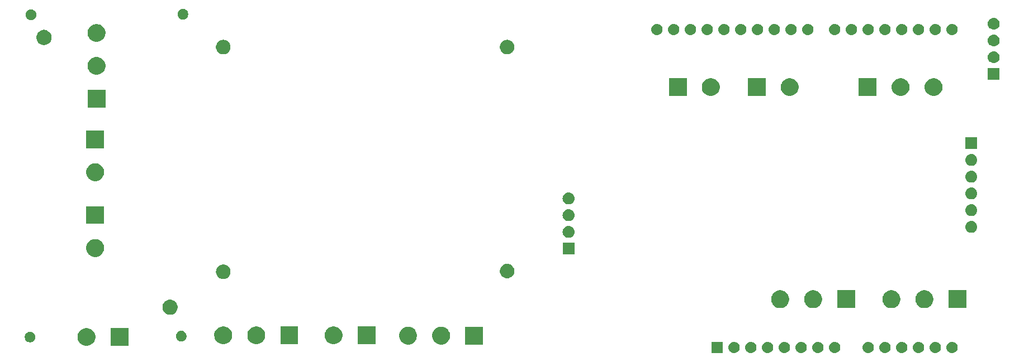
<source format=gbr>
G04 #@! TF.GenerationSoftware,KiCad,Pcbnew,(5.1.4)-1*
G04 #@! TF.CreationDate,2019-11-14T07:41:03-05:00*
G04 #@! TF.ProjectId,CapstoneSchematic,43617073-746f-46e6-9553-6368656d6174,rev?*
G04 #@! TF.SameCoordinates,Original*
G04 #@! TF.FileFunction,Soldermask,Top*
G04 #@! TF.FilePolarity,Negative*
%FSLAX46Y46*%
G04 Gerber Fmt 4.6, Leading zero omitted, Abs format (unit mm)*
G04 Created by KiCad (PCBNEW (5.1.4)-1) date 2019-11-14 07:41:03*
%MOMM*%
%LPD*%
G04 APERTURE LIST*
%ADD10C,0.100000*%
G04 APERTURE END LIST*
D10*
G36*
X226711823Y-124161313D02*
G01*
X226872242Y-124209976D01*
X227004906Y-124280886D01*
X227020078Y-124288996D01*
X227149659Y-124395341D01*
X227256004Y-124524922D01*
X227256005Y-124524924D01*
X227335024Y-124672758D01*
X227383687Y-124833177D01*
X227400117Y-125000000D01*
X227383687Y-125166823D01*
X227335024Y-125327242D01*
X227264114Y-125459906D01*
X227256004Y-125475078D01*
X227149659Y-125604659D01*
X227020078Y-125711004D01*
X227020076Y-125711005D01*
X226872242Y-125790024D01*
X226711823Y-125838687D01*
X226586804Y-125851000D01*
X226503196Y-125851000D01*
X226378177Y-125838687D01*
X226217758Y-125790024D01*
X226069924Y-125711005D01*
X226069922Y-125711004D01*
X225940341Y-125604659D01*
X225833996Y-125475078D01*
X225825886Y-125459906D01*
X225754976Y-125327242D01*
X225706313Y-125166823D01*
X225689883Y-125000000D01*
X225706313Y-124833177D01*
X225754976Y-124672758D01*
X225833995Y-124524924D01*
X225833996Y-124524922D01*
X225940341Y-124395341D01*
X226069922Y-124288996D01*
X226085094Y-124280886D01*
X226217758Y-124209976D01*
X226378177Y-124161313D01*
X226503196Y-124149000D01*
X226586804Y-124149000D01*
X226711823Y-124161313D01*
X226711823Y-124161313D01*
G37*
G36*
X229251823Y-124161313D02*
G01*
X229412242Y-124209976D01*
X229544906Y-124280886D01*
X229560078Y-124288996D01*
X229689659Y-124395341D01*
X229796004Y-124524922D01*
X229796005Y-124524924D01*
X229875024Y-124672758D01*
X229923687Y-124833177D01*
X229940117Y-125000000D01*
X229923687Y-125166823D01*
X229875024Y-125327242D01*
X229804114Y-125459906D01*
X229796004Y-125475078D01*
X229689659Y-125604659D01*
X229560078Y-125711004D01*
X229560076Y-125711005D01*
X229412242Y-125790024D01*
X229251823Y-125838687D01*
X229126804Y-125851000D01*
X229043196Y-125851000D01*
X228918177Y-125838687D01*
X228757758Y-125790024D01*
X228609924Y-125711005D01*
X228609922Y-125711004D01*
X228480341Y-125604659D01*
X228373996Y-125475078D01*
X228365886Y-125459906D01*
X228294976Y-125327242D01*
X228246313Y-125166823D01*
X228229883Y-125000000D01*
X228246313Y-124833177D01*
X228294976Y-124672758D01*
X228373995Y-124524924D01*
X228373996Y-124524922D01*
X228480341Y-124395341D01*
X228609922Y-124288996D01*
X228625094Y-124280886D01*
X228757758Y-124209976D01*
X228918177Y-124161313D01*
X229043196Y-124149000D01*
X229126804Y-124149000D01*
X229251823Y-124161313D01*
X229251823Y-124161313D01*
G37*
G36*
X194376000Y-125851000D02*
G01*
X192674000Y-125851000D01*
X192674000Y-124149000D01*
X194376000Y-124149000D01*
X194376000Y-125851000D01*
X194376000Y-125851000D01*
G37*
G36*
X196231823Y-124161313D02*
G01*
X196392242Y-124209976D01*
X196524906Y-124280886D01*
X196540078Y-124288996D01*
X196669659Y-124395341D01*
X196776004Y-124524922D01*
X196776005Y-124524924D01*
X196855024Y-124672758D01*
X196903687Y-124833177D01*
X196920117Y-125000000D01*
X196903687Y-125166823D01*
X196855024Y-125327242D01*
X196784114Y-125459906D01*
X196776004Y-125475078D01*
X196669659Y-125604659D01*
X196540078Y-125711004D01*
X196540076Y-125711005D01*
X196392242Y-125790024D01*
X196231823Y-125838687D01*
X196106804Y-125851000D01*
X196023196Y-125851000D01*
X195898177Y-125838687D01*
X195737758Y-125790024D01*
X195589924Y-125711005D01*
X195589922Y-125711004D01*
X195460341Y-125604659D01*
X195353996Y-125475078D01*
X195345886Y-125459906D01*
X195274976Y-125327242D01*
X195226313Y-125166823D01*
X195209883Y-125000000D01*
X195226313Y-124833177D01*
X195274976Y-124672758D01*
X195353995Y-124524924D01*
X195353996Y-124524922D01*
X195460341Y-124395341D01*
X195589922Y-124288996D01*
X195605094Y-124280886D01*
X195737758Y-124209976D01*
X195898177Y-124161313D01*
X196023196Y-124149000D01*
X196106804Y-124149000D01*
X196231823Y-124161313D01*
X196231823Y-124161313D01*
G37*
G36*
X198771823Y-124161313D02*
G01*
X198932242Y-124209976D01*
X199064906Y-124280886D01*
X199080078Y-124288996D01*
X199209659Y-124395341D01*
X199316004Y-124524922D01*
X199316005Y-124524924D01*
X199395024Y-124672758D01*
X199443687Y-124833177D01*
X199460117Y-125000000D01*
X199443687Y-125166823D01*
X199395024Y-125327242D01*
X199324114Y-125459906D01*
X199316004Y-125475078D01*
X199209659Y-125604659D01*
X199080078Y-125711004D01*
X199080076Y-125711005D01*
X198932242Y-125790024D01*
X198771823Y-125838687D01*
X198646804Y-125851000D01*
X198563196Y-125851000D01*
X198438177Y-125838687D01*
X198277758Y-125790024D01*
X198129924Y-125711005D01*
X198129922Y-125711004D01*
X198000341Y-125604659D01*
X197893996Y-125475078D01*
X197885886Y-125459906D01*
X197814976Y-125327242D01*
X197766313Y-125166823D01*
X197749883Y-125000000D01*
X197766313Y-124833177D01*
X197814976Y-124672758D01*
X197893995Y-124524924D01*
X197893996Y-124524922D01*
X198000341Y-124395341D01*
X198129922Y-124288996D01*
X198145094Y-124280886D01*
X198277758Y-124209976D01*
X198438177Y-124161313D01*
X198563196Y-124149000D01*
X198646804Y-124149000D01*
X198771823Y-124161313D01*
X198771823Y-124161313D01*
G37*
G36*
X201311823Y-124161313D02*
G01*
X201472242Y-124209976D01*
X201604906Y-124280886D01*
X201620078Y-124288996D01*
X201749659Y-124395341D01*
X201856004Y-124524922D01*
X201856005Y-124524924D01*
X201935024Y-124672758D01*
X201983687Y-124833177D01*
X202000117Y-125000000D01*
X201983687Y-125166823D01*
X201935024Y-125327242D01*
X201864114Y-125459906D01*
X201856004Y-125475078D01*
X201749659Y-125604659D01*
X201620078Y-125711004D01*
X201620076Y-125711005D01*
X201472242Y-125790024D01*
X201311823Y-125838687D01*
X201186804Y-125851000D01*
X201103196Y-125851000D01*
X200978177Y-125838687D01*
X200817758Y-125790024D01*
X200669924Y-125711005D01*
X200669922Y-125711004D01*
X200540341Y-125604659D01*
X200433996Y-125475078D01*
X200425886Y-125459906D01*
X200354976Y-125327242D01*
X200306313Y-125166823D01*
X200289883Y-125000000D01*
X200306313Y-124833177D01*
X200354976Y-124672758D01*
X200433995Y-124524924D01*
X200433996Y-124524922D01*
X200540341Y-124395341D01*
X200669922Y-124288996D01*
X200685094Y-124280886D01*
X200817758Y-124209976D01*
X200978177Y-124161313D01*
X201103196Y-124149000D01*
X201186804Y-124149000D01*
X201311823Y-124161313D01*
X201311823Y-124161313D01*
G37*
G36*
X203851823Y-124161313D02*
G01*
X204012242Y-124209976D01*
X204144906Y-124280886D01*
X204160078Y-124288996D01*
X204289659Y-124395341D01*
X204396004Y-124524922D01*
X204396005Y-124524924D01*
X204475024Y-124672758D01*
X204523687Y-124833177D01*
X204540117Y-125000000D01*
X204523687Y-125166823D01*
X204475024Y-125327242D01*
X204404114Y-125459906D01*
X204396004Y-125475078D01*
X204289659Y-125604659D01*
X204160078Y-125711004D01*
X204160076Y-125711005D01*
X204012242Y-125790024D01*
X203851823Y-125838687D01*
X203726804Y-125851000D01*
X203643196Y-125851000D01*
X203518177Y-125838687D01*
X203357758Y-125790024D01*
X203209924Y-125711005D01*
X203209922Y-125711004D01*
X203080341Y-125604659D01*
X202973996Y-125475078D01*
X202965886Y-125459906D01*
X202894976Y-125327242D01*
X202846313Y-125166823D01*
X202829883Y-125000000D01*
X202846313Y-124833177D01*
X202894976Y-124672758D01*
X202973995Y-124524924D01*
X202973996Y-124524922D01*
X203080341Y-124395341D01*
X203209922Y-124288996D01*
X203225094Y-124280886D01*
X203357758Y-124209976D01*
X203518177Y-124161313D01*
X203643196Y-124149000D01*
X203726804Y-124149000D01*
X203851823Y-124161313D01*
X203851823Y-124161313D01*
G37*
G36*
X206391823Y-124161313D02*
G01*
X206552242Y-124209976D01*
X206684906Y-124280886D01*
X206700078Y-124288996D01*
X206829659Y-124395341D01*
X206936004Y-124524922D01*
X206936005Y-124524924D01*
X207015024Y-124672758D01*
X207063687Y-124833177D01*
X207080117Y-125000000D01*
X207063687Y-125166823D01*
X207015024Y-125327242D01*
X206944114Y-125459906D01*
X206936004Y-125475078D01*
X206829659Y-125604659D01*
X206700078Y-125711004D01*
X206700076Y-125711005D01*
X206552242Y-125790024D01*
X206391823Y-125838687D01*
X206266804Y-125851000D01*
X206183196Y-125851000D01*
X206058177Y-125838687D01*
X205897758Y-125790024D01*
X205749924Y-125711005D01*
X205749922Y-125711004D01*
X205620341Y-125604659D01*
X205513996Y-125475078D01*
X205505886Y-125459906D01*
X205434976Y-125327242D01*
X205386313Y-125166823D01*
X205369883Y-125000000D01*
X205386313Y-124833177D01*
X205434976Y-124672758D01*
X205513995Y-124524924D01*
X205513996Y-124524922D01*
X205620341Y-124395341D01*
X205749922Y-124288996D01*
X205765094Y-124280886D01*
X205897758Y-124209976D01*
X206058177Y-124161313D01*
X206183196Y-124149000D01*
X206266804Y-124149000D01*
X206391823Y-124161313D01*
X206391823Y-124161313D01*
G37*
G36*
X211471823Y-124161313D02*
G01*
X211632242Y-124209976D01*
X211764906Y-124280886D01*
X211780078Y-124288996D01*
X211909659Y-124395341D01*
X212016004Y-124524922D01*
X212016005Y-124524924D01*
X212095024Y-124672758D01*
X212143687Y-124833177D01*
X212160117Y-125000000D01*
X212143687Y-125166823D01*
X212095024Y-125327242D01*
X212024114Y-125459906D01*
X212016004Y-125475078D01*
X211909659Y-125604659D01*
X211780078Y-125711004D01*
X211780076Y-125711005D01*
X211632242Y-125790024D01*
X211471823Y-125838687D01*
X211346804Y-125851000D01*
X211263196Y-125851000D01*
X211138177Y-125838687D01*
X210977758Y-125790024D01*
X210829924Y-125711005D01*
X210829922Y-125711004D01*
X210700341Y-125604659D01*
X210593996Y-125475078D01*
X210585886Y-125459906D01*
X210514976Y-125327242D01*
X210466313Y-125166823D01*
X210449883Y-125000000D01*
X210466313Y-124833177D01*
X210514976Y-124672758D01*
X210593995Y-124524924D01*
X210593996Y-124524922D01*
X210700341Y-124395341D01*
X210829922Y-124288996D01*
X210845094Y-124280886D01*
X210977758Y-124209976D01*
X211138177Y-124161313D01*
X211263196Y-124149000D01*
X211346804Y-124149000D01*
X211471823Y-124161313D01*
X211471823Y-124161313D01*
G37*
G36*
X208931823Y-124161313D02*
G01*
X209092242Y-124209976D01*
X209224906Y-124280886D01*
X209240078Y-124288996D01*
X209369659Y-124395341D01*
X209476004Y-124524922D01*
X209476005Y-124524924D01*
X209555024Y-124672758D01*
X209603687Y-124833177D01*
X209620117Y-125000000D01*
X209603687Y-125166823D01*
X209555024Y-125327242D01*
X209484114Y-125459906D01*
X209476004Y-125475078D01*
X209369659Y-125604659D01*
X209240078Y-125711004D01*
X209240076Y-125711005D01*
X209092242Y-125790024D01*
X208931823Y-125838687D01*
X208806804Y-125851000D01*
X208723196Y-125851000D01*
X208598177Y-125838687D01*
X208437758Y-125790024D01*
X208289924Y-125711005D01*
X208289922Y-125711004D01*
X208160341Y-125604659D01*
X208053996Y-125475078D01*
X208045886Y-125459906D01*
X207974976Y-125327242D01*
X207926313Y-125166823D01*
X207909883Y-125000000D01*
X207926313Y-124833177D01*
X207974976Y-124672758D01*
X208053995Y-124524924D01*
X208053996Y-124524922D01*
X208160341Y-124395341D01*
X208289922Y-124288996D01*
X208305094Y-124280886D01*
X208437758Y-124209976D01*
X208598177Y-124161313D01*
X208723196Y-124149000D01*
X208806804Y-124149000D01*
X208931823Y-124161313D01*
X208931823Y-124161313D01*
G37*
G36*
X224171823Y-124161313D02*
G01*
X224332242Y-124209976D01*
X224464906Y-124280886D01*
X224480078Y-124288996D01*
X224609659Y-124395341D01*
X224716004Y-124524922D01*
X224716005Y-124524924D01*
X224795024Y-124672758D01*
X224843687Y-124833177D01*
X224860117Y-125000000D01*
X224843687Y-125166823D01*
X224795024Y-125327242D01*
X224724114Y-125459906D01*
X224716004Y-125475078D01*
X224609659Y-125604659D01*
X224480078Y-125711004D01*
X224480076Y-125711005D01*
X224332242Y-125790024D01*
X224171823Y-125838687D01*
X224046804Y-125851000D01*
X223963196Y-125851000D01*
X223838177Y-125838687D01*
X223677758Y-125790024D01*
X223529924Y-125711005D01*
X223529922Y-125711004D01*
X223400341Y-125604659D01*
X223293996Y-125475078D01*
X223285886Y-125459906D01*
X223214976Y-125327242D01*
X223166313Y-125166823D01*
X223149883Y-125000000D01*
X223166313Y-124833177D01*
X223214976Y-124672758D01*
X223293995Y-124524924D01*
X223293996Y-124524922D01*
X223400341Y-124395341D01*
X223529922Y-124288996D01*
X223545094Y-124280886D01*
X223677758Y-124209976D01*
X223838177Y-124161313D01*
X223963196Y-124149000D01*
X224046804Y-124149000D01*
X224171823Y-124161313D01*
X224171823Y-124161313D01*
G37*
G36*
X221631823Y-124161313D02*
G01*
X221792242Y-124209976D01*
X221924906Y-124280886D01*
X221940078Y-124288996D01*
X222069659Y-124395341D01*
X222176004Y-124524922D01*
X222176005Y-124524924D01*
X222255024Y-124672758D01*
X222303687Y-124833177D01*
X222320117Y-125000000D01*
X222303687Y-125166823D01*
X222255024Y-125327242D01*
X222184114Y-125459906D01*
X222176004Y-125475078D01*
X222069659Y-125604659D01*
X221940078Y-125711004D01*
X221940076Y-125711005D01*
X221792242Y-125790024D01*
X221631823Y-125838687D01*
X221506804Y-125851000D01*
X221423196Y-125851000D01*
X221298177Y-125838687D01*
X221137758Y-125790024D01*
X220989924Y-125711005D01*
X220989922Y-125711004D01*
X220860341Y-125604659D01*
X220753996Y-125475078D01*
X220745886Y-125459906D01*
X220674976Y-125327242D01*
X220626313Y-125166823D01*
X220609883Y-125000000D01*
X220626313Y-124833177D01*
X220674976Y-124672758D01*
X220753995Y-124524924D01*
X220753996Y-124524922D01*
X220860341Y-124395341D01*
X220989922Y-124288996D01*
X221005094Y-124280886D01*
X221137758Y-124209976D01*
X221298177Y-124161313D01*
X221423196Y-124149000D01*
X221506804Y-124149000D01*
X221631823Y-124161313D01*
X221631823Y-124161313D01*
G37*
G36*
X219091823Y-124161313D02*
G01*
X219252242Y-124209976D01*
X219384906Y-124280886D01*
X219400078Y-124288996D01*
X219529659Y-124395341D01*
X219636004Y-124524922D01*
X219636005Y-124524924D01*
X219715024Y-124672758D01*
X219763687Y-124833177D01*
X219780117Y-125000000D01*
X219763687Y-125166823D01*
X219715024Y-125327242D01*
X219644114Y-125459906D01*
X219636004Y-125475078D01*
X219529659Y-125604659D01*
X219400078Y-125711004D01*
X219400076Y-125711005D01*
X219252242Y-125790024D01*
X219091823Y-125838687D01*
X218966804Y-125851000D01*
X218883196Y-125851000D01*
X218758177Y-125838687D01*
X218597758Y-125790024D01*
X218449924Y-125711005D01*
X218449922Y-125711004D01*
X218320341Y-125604659D01*
X218213996Y-125475078D01*
X218205886Y-125459906D01*
X218134976Y-125327242D01*
X218086313Y-125166823D01*
X218069883Y-125000000D01*
X218086313Y-124833177D01*
X218134976Y-124672758D01*
X218213995Y-124524924D01*
X218213996Y-124524922D01*
X218320341Y-124395341D01*
X218449922Y-124288996D01*
X218465094Y-124280886D01*
X218597758Y-124209976D01*
X218758177Y-124161313D01*
X218883196Y-124149000D01*
X218966804Y-124149000D01*
X219091823Y-124161313D01*
X219091823Y-124161313D01*
G37*
G36*
X216551823Y-124161313D02*
G01*
X216712242Y-124209976D01*
X216844906Y-124280886D01*
X216860078Y-124288996D01*
X216989659Y-124395341D01*
X217096004Y-124524922D01*
X217096005Y-124524924D01*
X217175024Y-124672758D01*
X217223687Y-124833177D01*
X217240117Y-125000000D01*
X217223687Y-125166823D01*
X217175024Y-125327242D01*
X217104114Y-125459906D01*
X217096004Y-125475078D01*
X216989659Y-125604659D01*
X216860078Y-125711004D01*
X216860076Y-125711005D01*
X216712242Y-125790024D01*
X216551823Y-125838687D01*
X216426804Y-125851000D01*
X216343196Y-125851000D01*
X216218177Y-125838687D01*
X216057758Y-125790024D01*
X215909924Y-125711005D01*
X215909922Y-125711004D01*
X215780341Y-125604659D01*
X215673996Y-125475078D01*
X215665886Y-125459906D01*
X215594976Y-125327242D01*
X215546313Y-125166823D01*
X215529883Y-125000000D01*
X215546313Y-124833177D01*
X215594976Y-124672758D01*
X215673995Y-124524924D01*
X215673996Y-124524922D01*
X215780341Y-124395341D01*
X215909922Y-124288996D01*
X215925094Y-124280886D01*
X216057758Y-124209976D01*
X216218177Y-124161313D01*
X216343196Y-124149000D01*
X216426804Y-124149000D01*
X216551823Y-124161313D01*
X216551823Y-124161313D01*
G37*
G36*
X98367519Y-122100609D02*
G01*
X98369072Y-122100918D01*
X98614939Y-122202759D01*
X98726328Y-122277187D01*
X98836211Y-122350609D01*
X99024391Y-122538789D01*
X99038606Y-122560063D01*
X99131795Y-122699529D01*
X99172242Y-122760063D01*
X99274082Y-123005928D01*
X99326000Y-123266937D01*
X99326000Y-123533063D01*
X99274082Y-123794072D01*
X99182070Y-124016211D01*
X99172241Y-124039939D01*
X99150980Y-124071758D01*
X99032290Y-124249390D01*
X99024390Y-124261212D01*
X98836212Y-124449390D01*
X98614939Y-124597241D01*
X98614938Y-124597242D01*
X98614937Y-124597242D01*
X98369072Y-124699082D01*
X98108063Y-124751000D01*
X97841937Y-124751000D01*
X97580928Y-124699082D01*
X97335063Y-124597242D01*
X97335062Y-124597242D01*
X97335061Y-124597241D01*
X97113788Y-124449390D01*
X96925610Y-124261212D01*
X96917711Y-124249390D01*
X96799020Y-124071758D01*
X96777759Y-124039939D01*
X96767931Y-124016211D01*
X96675918Y-123794072D01*
X96624000Y-123533063D01*
X96624000Y-123266937D01*
X96675918Y-123005928D01*
X96777758Y-122760063D01*
X96818206Y-122699529D01*
X96911394Y-122560063D01*
X96925609Y-122538789D01*
X97113789Y-122350609D01*
X97223672Y-122277187D01*
X97335061Y-122202759D01*
X97580928Y-122100918D01*
X97582481Y-122100609D01*
X97841937Y-122049000D01*
X98108063Y-122049000D01*
X98367519Y-122100609D01*
X98367519Y-122100609D01*
G37*
G36*
X104326000Y-124751000D02*
G01*
X101624000Y-124751000D01*
X101624000Y-122049000D01*
X104326000Y-122049000D01*
X104326000Y-124751000D01*
X104326000Y-124751000D01*
G37*
G36*
X147094072Y-121900918D02*
G01*
X147231297Y-121957758D01*
X147339939Y-122002759D01*
X147409143Y-122049000D01*
X147561211Y-122150609D01*
X147749391Y-122338789D01*
X147822813Y-122448672D01*
X147883027Y-122538788D01*
X147897242Y-122560063D01*
X147999082Y-122805928D01*
X148051000Y-123066937D01*
X148051000Y-123333063D01*
X147999082Y-123594072D01*
X147917953Y-123789937D01*
X147897241Y-123839939D01*
X147822813Y-123951328D01*
X147749391Y-124061211D01*
X147561211Y-124249391D01*
X147501938Y-124288996D01*
X147339939Y-124397241D01*
X147339938Y-124397242D01*
X147339937Y-124397242D01*
X147094072Y-124499082D01*
X146833063Y-124551000D01*
X146566937Y-124551000D01*
X146305928Y-124499082D01*
X146060063Y-124397242D01*
X146060062Y-124397242D01*
X146060061Y-124397241D01*
X145898062Y-124288996D01*
X145838789Y-124249391D01*
X145650609Y-124061211D01*
X145577187Y-123951328D01*
X145502759Y-123839939D01*
X145482048Y-123789937D01*
X145400918Y-123594072D01*
X145349000Y-123333063D01*
X145349000Y-123066937D01*
X145400918Y-122805928D01*
X145502758Y-122560063D01*
X145516974Y-122538788D01*
X145577187Y-122448672D01*
X145650609Y-122338789D01*
X145838789Y-122150609D01*
X145990857Y-122049000D01*
X146060061Y-122002759D01*
X146168704Y-121957758D01*
X146305928Y-121900918D01*
X146566937Y-121849000D01*
X146833063Y-121849000D01*
X147094072Y-121900918D01*
X147094072Y-121900918D01*
G37*
G36*
X152094072Y-121900918D02*
G01*
X152231297Y-121957758D01*
X152339939Y-122002759D01*
X152409143Y-122049000D01*
X152561211Y-122150609D01*
X152749391Y-122338789D01*
X152822813Y-122448672D01*
X152883027Y-122538788D01*
X152897242Y-122560063D01*
X152999082Y-122805928D01*
X153051000Y-123066937D01*
X153051000Y-123333063D01*
X152999082Y-123594072D01*
X152917953Y-123789937D01*
X152897241Y-123839939D01*
X152822813Y-123951328D01*
X152749391Y-124061211D01*
X152561211Y-124249391D01*
X152501938Y-124288996D01*
X152339939Y-124397241D01*
X152339938Y-124397242D01*
X152339937Y-124397242D01*
X152094072Y-124499082D01*
X151833063Y-124551000D01*
X151566937Y-124551000D01*
X151305928Y-124499082D01*
X151060063Y-124397242D01*
X151060062Y-124397242D01*
X151060061Y-124397241D01*
X150898062Y-124288996D01*
X150838789Y-124249391D01*
X150650609Y-124061211D01*
X150577187Y-123951328D01*
X150502759Y-123839939D01*
X150482048Y-123789937D01*
X150400918Y-123594072D01*
X150349000Y-123333063D01*
X150349000Y-123066937D01*
X150400918Y-122805928D01*
X150502758Y-122560063D01*
X150516974Y-122538788D01*
X150577187Y-122448672D01*
X150650609Y-122338789D01*
X150838789Y-122150609D01*
X150990857Y-122049000D01*
X151060061Y-122002759D01*
X151168704Y-121957758D01*
X151305928Y-121900918D01*
X151566937Y-121849000D01*
X151833063Y-121849000D01*
X152094072Y-121900918D01*
X152094072Y-121900918D01*
G37*
G36*
X158051000Y-124551000D02*
G01*
X155349000Y-124551000D01*
X155349000Y-121849000D01*
X158051000Y-121849000D01*
X158051000Y-124551000D01*
X158051000Y-124551000D01*
G37*
G36*
X141751000Y-124506000D02*
G01*
X139049000Y-124506000D01*
X139049000Y-121804000D01*
X141751000Y-121804000D01*
X141751000Y-124506000D01*
X141751000Y-124506000D01*
G37*
G36*
X135794072Y-121855918D02*
G01*
X136027866Y-121952758D01*
X136039939Y-121957759D01*
X136261212Y-122105610D01*
X136449390Y-122293788D01*
X136592685Y-122508242D01*
X136597242Y-122515063D01*
X136699082Y-122760928D01*
X136751000Y-123021937D01*
X136751000Y-123288063D01*
X136699082Y-123549072D01*
X136680443Y-123594072D01*
X136597241Y-123794939D01*
X136590451Y-123805101D01*
X136449391Y-124016211D01*
X136261211Y-124204391D01*
X136193865Y-124249390D01*
X136039939Y-124352241D01*
X136039938Y-124352242D01*
X136039937Y-124352242D01*
X135794072Y-124454082D01*
X135533063Y-124506000D01*
X135266937Y-124506000D01*
X135005928Y-124454082D01*
X134760063Y-124352242D01*
X134760062Y-124352242D01*
X134760061Y-124352241D01*
X134606135Y-124249390D01*
X134538789Y-124204391D01*
X134350609Y-124016211D01*
X134209549Y-123805101D01*
X134202759Y-123794939D01*
X134119558Y-123594072D01*
X134100918Y-123549072D01*
X134049000Y-123288063D01*
X134049000Y-123021937D01*
X134100918Y-122760928D01*
X134202758Y-122515063D01*
X134207316Y-122508242D01*
X134350610Y-122293788D01*
X134538788Y-122105610D01*
X134760061Y-121957759D01*
X134772135Y-121952758D01*
X135005928Y-121855918D01*
X135266937Y-121804000D01*
X135533063Y-121804000D01*
X135794072Y-121855918D01*
X135794072Y-121855918D01*
G37*
G36*
X130051000Y-124501000D02*
G01*
X127349000Y-124501000D01*
X127349000Y-121799000D01*
X130051000Y-121799000D01*
X130051000Y-124501000D01*
X130051000Y-124501000D01*
G37*
G36*
X124084430Y-121849000D02*
G01*
X124094072Y-121850918D01*
X124339939Y-121952759D01*
X124347420Y-121957758D01*
X124561211Y-122100609D01*
X124749391Y-122288789D01*
X124822813Y-122398672D01*
X124896026Y-122508242D01*
X124897242Y-122510063D01*
X124999082Y-122755928D01*
X125051000Y-123016937D01*
X125051000Y-123283063D01*
X125041054Y-123333063D01*
X124999082Y-123544072D01*
X124897241Y-123789939D01*
X124885001Y-123808257D01*
X124749391Y-124011211D01*
X124561211Y-124199391D01*
X124486382Y-124249390D01*
X124339939Y-124347241D01*
X124339938Y-124347242D01*
X124339937Y-124347242D01*
X124094072Y-124449082D01*
X123833063Y-124501000D01*
X123566937Y-124501000D01*
X123305928Y-124449082D01*
X123060063Y-124347242D01*
X123060062Y-124347242D01*
X123060061Y-124347241D01*
X122913618Y-124249390D01*
X122838789Y-124199391D01*
X122650609Y-124011211D01*
X122514999Y-123808257D01*
X122502759Y-123789939D01*
X122400918Y-123544072D01*
X122358946Y-123333063D01*
X122349000Y-123283063D01*
X122349000Y-123016937D01*
X122400918Y-122755928D01*
X122502758Y-122510063D01*
X122503975Y-122508242D01*
X122577187Y-122398672D01*
X122650609Y-122288789D01*
X122838789Y-122100609D01*
X123052580Y-121957758D01*
X123060061Y-121952759D01*
X123305928Y-121850918D01*
X123315570Y-121849000D01*
X123566937Y-121799000D01*
X123833063Y-121799000D01*
X124084430Y-121849000D01*
X124084430Y-121849000D01*
G37*
G36*
X119084430Y-121849000D02*
G01*
X119094072Y-121850918D01*
X119339939Y-121952759D01*
X119347420Y-121957758D01*
X119561211Y-122100609D01*
X119749391Y-122288789D01*
X119822813Y-122398672D01*
X119896026Y-122508242D01*
X119897242Y-122510063D01*
X119999082Y-122755928D01*
X120051000Y-123016937D01*
X120051000Y-123283063D01*
X120041054Y-123333063D01*
X119999082Y-123544072D01*
X119897241Y-123789939D01*
X119885001Y-123808257D01*
X119749391Y-124011211D01*
X119561211Y-124199391D01*
X119486382Y-124249390D01*
X119339939Y-124347241D01*
X119339938Y-124347242D01*
X119339937Y-124347242D01*
X119094072Y-124449082D01*
X118833063Y-124501000D01*
X118566937Y-124501000D01*
X118305928Y-124449082D01*
X118060063Y-124347242D01*
X118060062Y-124347242D01*
X118060061Y-124347241D01*
X117913618Y-124249390D01*
X117838789Y-124199391D01*
X117650609Y-124011211D01*
X117514999Y-123808257D01*
X117502759Y-123789939D01*
X117400918Y-123544072D01*
X117358946Y-123333063D01*
X117349000Y-123283063D01*
X117349000Y-123016937D01*
X117400918Y-122755928D01*
X117502758Y-122510063D01*
X117503975Y-122508242D01*
X117577187Y-122398672D01*
X117650609Y-122288789D01*
X117838789Y-122100609D01*
X118052580Y-121957758D01*
X118060061Y-121952759D01*
X118305928Y-121850918D01*
X118315570Y-121849000D01*
X118566937Y-121799000D01*
X118833063Y-121799000D01*
X119084430Y-121849000D01*
X119084430Y-121849000D01*
G37*
G36*
X89677142Y-122638242D02*
G01*
X89825101Y-122699529D01*
X89958255Y-122788499D01*
X90071501Y-122901745D01*
X90160471Y-123034899D01*
X90221758Y-123182858D01*
X90253000Y-123339925D01*
X90253000Y-123500075D01*
X90221758Y-123657142D01*
X90160471Y-123805101D01*
X90071501Y-123938255D01*
X89958255Y-124051501D01*
X89825101Y-124140471D01*
X89677142Y-124201758D01*
X89520075Y-124233000D01*
X89359925Y-124233000D01*
X89202858Y-124201758D01*
X89054899Y-124140471D01*
X88921745Y-124051501D01*
X88808499Y-123938255D01*
X88719529Y-123805101D01*
X88658242Y-123657142D01*
X88627000Y-123500075D01*
X88627000Y-123339925D01*
X88658242Y-123182858D01*
X88719529Y-123034899D01*
X88808499Y-122901745D01*
X88921745Y-122788499D01*
X89054899Y-122699529D01*
X89202858Y-122638242D01*
X89359925Y-122607000D01*
X89520075Y-122607000D01*
X89677142Y-122638242D01*
X89677142Y-122638242D01*
G37*
G36*
X112567142Y-122508242D02*
G01*
X112715101Y-122569529D01*
X112848255Y-122658499D01*
X112961501Y-122771745D01*
X113050471Y-122904899D01*
X113111758Y-123052858D01*
X113143000Y-123209925D01*
X113143000Y-123370075D01*
X113111758Y-123527142D01*
X113050471Y-123675101D01*
X112961501Y-123808255D01*
X112848255Y-123921501D01*
X112715101Y-124010471D01*
X112567142Y-124071758D01*
X112410075Y-124103000D01*
X112249925Y-124103000D01*
X112092858Y-124071758D01*
X111944899Y-124010471D01*
X111811745Y-123921501D01*
X111698499Y-123808255D01*
X111609529Y-123675101D01*
X111548242Y-123527142D01*
X111517000Y-123370075D01*
X111517000Y-123209925D01*
X111548242Y-123052858D01*
X111609529Y-122904899D01*
X111698499Y-122771745D01*
X111811745Y-122658499D01*
X111944899Y-122569529D01*
X112092858Y-122508242D01*
X112249925Y-122477000D01*
X112410075Y-122477000D01*
X112567142Y-122508242D01*
X112567142Y-122508242D01*
G37*
G36*
X110854549Y-117751116D02*
G01*
X110965734Y-117773232D01*
X111175203Y-117859997D01*
X111363720Y-117985960D01*
X111524040Y-118146280D01*
X111650003Y-118334797D01*
X111736768Y-118544266D01*
X111781000Y-118766636D01*
X111781000Y-118993364D01*
X111736768Y-119215734D01*
X111650003Y-119425203D01*
X111524040Y-119613720D01*
X111363720Y-119774040D01*
X111175203Y-119900003D01*
X110965734Y-119986768D01*
X110854549Y-120008884D01*
X110743365Y-120031000D01*
X110516635Y-120031000D01*
X110405451Y-120008884D01*
X110294266Y-119986768D01*
X110084797Y-119900003D01*
X109896280Y-119774040D01*
X109735960Y-119613720D01*
X109609997Y-119425203D01*
X109523232Y-119215734D01*
X109479000Y-118993364D01*
X109479000Y-118766636D01*
X109523232Y-118544266D01*
X109609997Y-118334797D01*
X109735960Y-118146280D01*
X109896280Y-117985960D01*
X110084797Y-117859997D01*
X110294266Y-117773232D01*
X110405451Y-117751116D01*
X110516635Y-117729000D01*
X110743365Y-117729000D01*
X110854549Y-117751116D01*
X110854549Y-117751116D01*
G37*
G36*
X214401000Y-119026000D02*
G01*
X211699000Y-119026000D01*
X211699000Y-116324000D01*
X214401000Y-116324000D01*
X214401000Y-119026000D01*
X214401000Y-119026000D01*
G37*
G36*
X208444072Y-116375918D02*
G01*
X208689939Y-116477759D01*
X208801328Y-116552187D01*
X208911211Y-116625609D01*
X209099391Y-116813789D01*
X209247242Y-117035063D01*
X209349082Y-117280928D01*
X209401000Y-117541937D01*
X209401000Y-117808063D01*
X209349082Y-118069072D01*
X209247242Y-118314937D01*
X209099391Y-118536211D01*
X208911211Y-118724391D01*
X208847987Y-118766636D01*
X208689939Y-118872241D01*
X208689938Y-118872242D01*
X208689937Y-118872242D01*
X208444072Y-118974082D01*
X208183063Y-119026000D01*
X207916937Y-119026000D01*
X207655928Y-118974082D01*
X207410063Y-118872242D01*
X207410062Y-118872242D01*
X207410061Y-118872241D01*
X207252013Y-118766636D01*
X207188789Y-118724391D01*
X207000609Y-118536211D01*
X206852758Y-118314937D01*
X206750918Y-118069072D01*
X206699000Y-117808063D01*
X206699000Y-117541937D01*
X206750918Y-117280928D01*
X206852758Y-117035063D01*
X207000609Y-116813789D01*
X207188789Y-116625609D01*
X207298672Y-116552187D01*
X207410061Y-116477759D01*
X207655928Y-116375918D01*
X207916937Y-116324000D01*
X208183063Y-116324000D01*
X208444072Y-116375918D01*
X208444072Y-116375918D01*
G37*
G36*
X203444072Y-116375918D02*
G01*
X203689939Y-116477759D01*
X203801328Y-116552187D01*
X203911211Y-116625609D01*
X204099391Y-116813789D01*
X204247242Y-117035063D01*
X204349082Y-117280928D01*
X204401000Y-117541937D01*
X204401000Y-117808063D01*
X204349082Y-118069072D01*
X204247242Y-118314937D01*
X204099391Y-118536211D01*
X203911211Y-118724391D01*
X203847987Y-118766636D01*
X203689939Y-118872241D01*
X203689938Y-118872242D01*
X203689937Y-118872242D01*
X203444072Y-118974082D01*
X203183063Y-119026000D01*
X202916937Y-119026000D01*
X202655928Y-118974082D01*
X202410063Y-118872242D01*
X202410062Y-118872242D01*
X202410061Y-118872241D01*
X202252013Y-118766636D01*
X202188789Y-118724391D01*
X202000609Y-118536211D01*
X201852758Y-118314937D01*
X201750918Y-118069072D01*
X201699000Y-117808063D01*
X201699000Y-117541937D01*
X201750918Y-117280928D01*
X201852758Y-117035063D01*
X202000609Y-116813789D01*
X202188789Y-116625609D01*
X202298672Y-116552187D01*
X202410061Y-116477759D01*
X202655928Y-116375918D01*
X202916937Y-116324000D01*
X203183063Y-116324000D01*
X203444072Y-116375918D01*
X203444072Y-116375918D01*
G37*
G36*
X225294072Y-116375918D02*
G01*
X225539939Y-116477759D01*
X225651328Y-116552187D01*
X225761211Y-116625609D01*
X225949391Y-116813789D01*
X226097242Y-117035063D01*
X226199082Y-117280928D01*
X226251000Y-117541937D01*
X226251000Y-117808063D01*
X226199082Y-118069072D01*
X226097242Y-118314937D01*
X225949391Y-118536211D01*
X225761211Y-118724391D01*
X225697987Y-118766636D01*
X225539939Y-118872241D01*
X225539938Y-118872242D01*
X225539937Y-118872242D01*
X225294072Y-118974082D01*
X225033063Y-119026000D01*
X224766937Y-119026000D01*
X224505928Y-118974082D01*
X224260063Y-118872242D01*
X224260062Y-118872242D01*
X224260061Y-118872241D01*
X224102013Y-118766636D01*
X224038789Y-118724391D01*
X223850609Y-118536211D01*
X223702758Y-118314937D01*
X223600918Y-118069072D01*
X223549000Y-117808063D01*
X223549000Y-117541937D01*
X223600918Y-117280928D01*
X223702758Y-117035063D01*
X223850609Y-116813789D01*
X224038789Y-116625609D01*
X224148672Y-116552187D01*
X224260061Y-116477759D01*
X224505928Y-116375918D01*
X224766937Y-116324000D01*
X225033063Y-116324000D01*
X225294072Y-116375918D01*
X225294072Y-116375918D01*
G37*
G36*
X231251000Y-119026000D02*
G01*
X228549000Y-119026000D01*
X228549000Y-116324000D01*
X231251000Y-116324000D01*
X231251000Y-119026000D01*
X231251000Y-119026000D01*
G37*
G36*
X220294072Y-116375918D02*
G01*
X220539939Y-116477759D01*
X220651328Y-116552187D01*
X220761211Y-116625609D01*
X220949391Y-116813789D01*
X221097242Y-117035063D01*
X221199082Y-117280928D01*
X221251000Y-117541937D01*
X221251000Y-117808063D01*
X221199082Y-118069072D01*
X221097242Y-118314937D01*
X220949391Y-118536211D01*
X220761211Y-118724391D01*
X220697987Y-118766636D01*
X220539939Y-118872241D01*
X220539938Y-118872242D01*
X220539937Y-118872242D01*
X220294072Y-118974082D01*
X220033063Y-119026000D01*
X219766937Y-119026000D01*
X219505928Y-118974082D01*
X219260063Y-118872242D01*
X219260062Y-118872242D01*
X219260061Y-118872241D01*
X219102013Y-118766636D01*
X219038789Y-118724391D01*
X218850609Y-118536211D01*
X218702758Y-118314937D01*
X218600918Y-118069072D01*
X218549000Y-117808063D01*
X218549000Y-117541937D01*
X218600918Y-117280928D01*
X218702758Y-117035063D01*
X218850609Y-116813789D01*
X219038789Y-116625609D01*
X219148672Y-116552187D01*
X219260061Y-116477759D01*
X219505928Y-116375918D01*
X219766937Y-116324000D01*
X220033063Y-116324000D01*
X220294072Y-116375918D01*
X220294072Y-116375918D01*
G37*
G36*
X118914795Y-112420156D02*
G01*
X119021150Y-112441311D01*
X119121334Y-112482809D01*
X119221520Y-112524307D01*
X119401844Y-112644795D01*
X119555205Y-112798156D01*
X119675693Y-112978480D01*
X119758689Y-113178851D01*
X119781109Y-113291560D01*
X119801000Y-113391561D01*
X119801000Y-113608439D01*
X119778581Y-113721149D01*
X119758689Y-113821149D01*
X119675693Y-114021520D01*
X119555205Y-114201844D01*
X119401844Y-114355205D01*
X119221520Y-114475693D01*
X119160423Y-114501000D01*
X119021150Y-114558689D01*
X118914794Y-114579845D01*
X118808440Y-114601000D01*
X118591560Y-114601000D01*
X118485206Y-114579845D01*
X118378850Y-114558689D01*
X118239577Y-114501000D01*
X118178480Y-114475693D01*
X117998156Y-114355205D01*
X117844795Y-114201844D01*
X117724307Y-114021520D01*
X117641311Y-113821149D01*
X117621420Y-113721149D01*
X117599000Y-113608439D01*
X117599000Y-113391561D01*
X117618892Y-113291560D01*
X117641311Y-113178851D01*
X117724307Y-112978480D01*
X117844795Y-112798156D01*
X117998156Y-112644795D01*
X118178480Y-112524307D01*
X118278666Y-112482809D01*
X118378850Y-112441311D01*
X118485205Y-112420156D01*
X118591560Y-112399000D01*
X118808440Y-112399000D01*
X118914795Y-112420156D01*
X118914795Y-112420156D01*
G37*
G36*
X161914794Y-112320155D02*
G01*
X162021150Y-112341311D01*
X162121334Y-112382809D01*
X162221520Y-112424307D01*
X162401844Y-112544795D01*
X162555205Y-112698156D01*
X162675693Y-112878480D01*
X162675693Y-112878481D01*
X162758689Y-113078850D01*
X162779844Y-113185205D01*
X162801000Y-113291560D01*
X162801000Y-113508440D01*
X162758689Y-113721149D01*
X162675693Y-113921520D01*
X162555205Y-114101844D01*
X162401844Y-114255205D01*
X162221520Y-114375693D01*
X162021150Y-114458689D01*
X161935665Y-114475693D01*
X161808440Y-114501000D01*
X161591560Y-114501000D01*
X161464335Y-114475693D01*
X161378850Y-114458689D01*
X161178480Y-114375693D01*
X160998156Y-114255205D01*
X160844795Y-114101844D01*
X160724307Y-113921520D01*
X160641311Y-113721149D01*
X160599000Y-113508440D01*
X160599000Y-113291560D01*
X160620156Y-113185205D01*
X160641311Y-113078850D01*
X160724307Y-112878481D01*
X160724307Y-112878480D01*
X160844795Y-112698156D01*
X160998156Y-112544795D01*
X161178480Y-112424307D01*
X161278666Y-112382809D01*
X161378850Y-112341311D01*
X161485206Y-112320155D01*
X161591560Y-112299000D01*
X161808440Y-112299000D01*
X161914794Y-112320155D01*
X161914794Y-112320155D01*
G37*
G36*
X99694072Y-108600918D02*
G01*
X99939939Y-108702759D01*
X100161212Y-108850610D01*
X100349390Y-109038788D01*
X100497241Y-109260061D01*
X100599082Y-109505928D01*
X100651000Y-109766938D01*
X100651000Y-110033062D01*
X100599082Y-110294072D01*
X100497241Y-110539939D01*
X100349390Y-110761212D01*
X100161212Y-110949390D01*
X99939939Y-111097241D01*
X99939938Y-111097242D01*
X99939937Y-111097242D01*
X99694072Y-111199082D01*
X99433063Y-111251000D01*
X99166937Y-111251000D01*
X98905928Y-111199082D01*
X98660063Y-111097242D01*
X98660062Y-111097242D01*
X98660061Y-111097241D01*
X98438788Y-110949390D01*
X98250610Y-110761212D01*
X98102759Y-110539939D01*
X98000918Y-110294072D01*
X97949000Y-110033062D01*
X97949000Y-109766938D01*
X98000918Y-109505928D01*
X98102759Y-109260061D01*
X98250610Y-109038788D01*
X98438788Y-108850610D01*
X98660061Y-108702759D01*
X98905928Y-108600918D01*
X99166937Y-108549000D01*
X99433063Y-108549000D01*
X99694072Y-108600918D01*
X99694072Y-108600918D01*
G37*
G36*
X171901000Y-110901000D02*
G01*
X170099000Y-110901000D01*
X170099000Y-109099000D01*
X171901000Y-109099000D01*
X171901000Y-110901000D01*
X171901000Y-110901000D01*
G37*
G36*
X171110443Y-106565519D02*
G01*
X171176627Y-106572037D01*
X171346466Y-106623557D01*
X171502991Y-106707222D01*
X171538729Y-106736552D01*
X171640186Y-106819814D01*
X171723448Y-106921271D01*
X171752778Y-106957009D01*
X171836443Y-107113534D01*
X171887963Y-107283373D01*
X171905359Y-107460000D01*
X171887963Y-107636627D01*
X171836443Y-107806466D01*
X171752778Y-107962991D01*
X171723448Y-107998729D01*
X171640186Y-108100186D01*
X171538729Y-108183448D01*
X171502991Y-108212778D01*
X171346466Y-108296443D01*
X171176627Y-108347963D01*
X171110443Y-108354481D01*
X171044260Y-108361000D01*
X170955740Y-108361000D01*
X170889557Y-108354481D01*
X170823373Y-108347963D01*
X170653534Y-108296443D01*
X170497009Y-108212778D01*
X170461271Y-108183448D01*
X170359814Y-108100186D01*
X170276552Y-107998729D01*
X170247222Y-107962991D01*
X170163557Y-107806466D01*
X170112037Y-107636627D01*
X170094641Y-107460000D01*
X170112037Y-107283373D01*
X170163557Y-107113534D01*
X170247222Y-106957009D01*
X170276552Y-106921271D01*
X170359814Y-106819814D01*
X170461271Y-106736552D01*
X170497009Y-106707222D01*
X170653534Y-106623557D01*
X170823373Y-106572037D01*
X170889557Y-106565519D01*
X170955740Y-106559000D01*
X171044260Y-106559000D01*
X171110443Y-106565519D01*
X171110443Y-106565519D01*
G37*
G36*
X232110442Y-105805518D02*
G01*
X232176627Y-105812037D01*
X232346466Y-105863557D01*
X232502991Y-105947222D01*
X232538729Y-105976552D01*
X232640186Y-106059814D01*
X232723448Y-106161271D01*
X232752778Y-106197009D01*
X232836443Y-106353534D01*
X232887963Y-106523373D01*
X232905359Y-106700000D01*
X232887963Y-106876627D01*
X232836443Y-107046466D01*
X232752778Y-107202991D01*
X232723448Y-107238729D01*
X232640186Y-107340186D01*
X232538729Y-107423448D01*
X232502991Y-107452778D01*
X232346466Y-107536443D01*
X232176627Y-107587963D01*
X232110442Y-107594482D01*
X232044260Y-107601000D01*
X231955740Y-107601000D01*
X231889558Y-107594482D01*
X231823373Y-107587963D01*
X231653534Y-107536443D01*
X231497009Y-107452778D01*
X231461271Y-107423448D01*
X231359814Y-107340186D01*
X231276552Y-107238729D01*
X231247222Y-107202991D01*
X231163557Y-107046466D01*
X231112037Y-106876627D01*
X231094641Y-106700000D01*
X231112037Y-106523373D01*
X231163557Y-106353534D01*
X231247222Y-106197009D01*
X231276552Y-106161271D01*
X231359814Y-106059814D01*
X231461271Y-105976552D01*
X231497009Y-105947222D01*
X231653534Y-105863557D01*
X231823373Y-105812037D01*
X231889558Y-105805518D01*
X231955740Y-105799000D01*
X232044260Y-105799000D01*
X232110442Y-105805518D01*
X232110442Y-105805518D01*
G37*
G36*
X100651000Y-106251000D02*
G01*
X97949000Y-106251000D01*
X97949000Y-103549000D01*
X100651000Y-103549000D01*
X100651000Y-106251000D01*
X100651000Y-106251000D01*
G37*
G36*
X171110442Y-104025518D02*
G01*
X171176627Y-104032037D01*
X171346466Y-104083557D01*
X171502991Y-104167222D01*
X171538729Y-104196552D01*
X171640186Y-104279814D01*
X171723448Y-104381271D01*
X171752778Y-104417009D01*
X171836443Y-104573534D01*
X171887963Y-104743373D01*
X171905359Y-104920000D01*
X171887963Y-105096627D01*
X171836443Y-105266466D01*
X171752778Y-105422991D01*
X171723448Y-105458729D01*
X171640186Y-105560186D01*
X171538729Y-105643448D01*
X171502991Y-105672778D01*
X171346466Y-105756443D01*
X171176627Y-105807963D01*
X171135262Y-105812037D01*
X171044260Y-105821000D01*
X170955740Y-105821000D01*
X170864738Y-105812037D01*
X170823373Y-105807963D01*
X170653534Y-105756443D01*
X170497009Y-105672778D01*
X170461271Y-105643448D01*
X170359814Y-105560186D01*
X170276552Y-105458729D01*
X170247222Y-105422991D01*
X170163557Y-105266466D01*
X170112037Y-105096627D01*
X170094641Y-104920000D01*
X170112037Y-104743373D01*
X170163557Y-104573534D01*
X170247222Y-104417009D01*
X170276552Y-104381271D01*
X170359814Y-104279814D01*
X170461271Y-104196552D01*
X170497009Y-104167222D01*
X170653534Y-104083557D01*
X170823373Y-104032037D01*
X170889557Y-104025519D01*
X170955740Y-104019000D01*
X171044260Y-104019000D01*
X171110442Y-104025518D01*
X171110442Y-104025518D01*
G37*
G36*
X232110443Y-103265519D02*
G01*
X232176627Y-103272037D01*
X232346466Y-103323557D01*
X232502991Y-103407222D01*
X232538729Y-103436552D01*
X232640186Y-103519814D01*
X232723448Y-103621271D01*
X232752778Y-103657009D01*
X232836443Y-103813534D01*
X232887963Y-103983373D01*
X232905359Y-104160000D01*
X232887963Y-104336627D01*
X232836443Y-104506466D01*
X232752778Y-104662991D01*
X232723448Y-104698729D01*
X232640186Y-104800186D01*
X232538729Y-104883448D01*
X232502991Y-104912778D01*
X232346466Y-104996443D01*
X232176627Y-105047963D01*
X232110443Y-105054481D01*
X232044260Y-105061000D01*
X231955740Y-105061000D01*
X231889558Y-105054482D01*
X231823373Y-105047963D01*
X231653534Y-104996443D01*
X231497009Y-104912778D01*
X231461271Y-104883448D01*
X231359814Y-104800186D01*
X231276552Y-104698729D01*
X231247222Y-104662991D01*
X231163557Y-104506466D01*
X231112037Y-104336627D01*
X231094641Y-104160000D01*
X231112037Y-103983373D01*
X231163557Y-103813534D01*
X231247222Y-103657009D01*
X231276552Y-103621271D01*
X231359814Y-103519814D01*
X231461271Y-103436552D01*
X231497009Y-103407222D01*
X231653534Y-103323557D01*
X231823373Y-103272037D01*
X231889557Y-103265519D01*
X231955740Y-103259000D01*
X232044260Y-103259000D01*
X232110443Y-103265519D01*
X232110443Y-103265519D01*
G37*
G36*
X171110443Y-101485519D02*
G01*
X171176627Y-101492037D01*
X171346466Y-101543557D01*
X171502991Y-101627222D01*
X171538729Y-101656552D01*
X171640186Y-101739814D01*
X171723448Y-101841271D01*
X171752778Y-101877009D01*
X171836443Y-102033534D01*
X171887963Y-102203373D01*
X171905359Y-102380000D01*
X171887963Y-102556627D01*
X171836443Y-102726466D01*
X171752778Y-102882991D01*
X171723448Y-102918729D01*
X171640186Y-103020186D01*
X171538729Y-103103448D01*
X171502991Y-103132778D01*
X171346466Y-103216443D01*
X171176627Y-103267963D01*
X171135262Y-103272037D01*
X171044260Y-103281000D01*
X170955740Y-103281000D01*
X170864738Y-103272037D01*
X170823373Y-103267963D01*
X170653534Y-103216443D01*
X170497009Y-103132778D01*
X170461271Y-103103448D01*
X170359814Y-103020186D01*
X170276552Y-102918729D01*
X170247222Y-102882991D01*
X170163557Y-102726466D01*
X170112037Y-102556627D01*
X170094641Y-102380000D01*
X170112037Y-102203373D01*
X170163557Y-102033534D01*
X170247222Y-101877009D01*
X170276552Y-101841271D01*
X170359814Y-101739814D01*
X170461271Y-101656552D01*
X170497009Y-101627222D01*
X170653534Y-101543557D01*
X170823373Y-101492037D01*
X170889557Y-101485519D01*
X170955740Y-101479000D01*
X171044260Y-101479000D01*
X171110443Y-101485519D01*
X171110443Y-101485519D01*
G37*
G36*
X232110443Y-100725519D02*
G01*
X232176627Y-100732037D01*
X232346466Y-100783557D01*
X232502991Y-100867222D01*
X232538729Y-100896552D01*
X232640186Y-100979814D01*
X232723448Y-101081271D01*
X232752778Y-101117009D01*
X232836443Y-101273534D01*
X232887963Y-101443373D01*
X232905359Y-101620000D01*
X232887963Y-101796627D01*
X232836443Y-101966466D01*
X232752778Y-102122991D01*
X232723448Y-102158729D01*
X232640186Y-102260186D01*
X232538729Y-102343448D01*
X232502991Y-102372778D01*
X232346466Y-102456443D01*
X232176627Y-102507963D01*
X232110442Y-102514482D01*
X232044260Y-102521000D01*
X231955740Y-102521000D01*
X231889557Y-102514481D01*
X231823373Y-102507963D01*
X231653534Y-102456443D01*
X231497009Y-102372778D01*
X231461271Y-102343448D01*
X231359814Y-102260186D01*
X231276552Y-102158729D01*
X231247222Y-102122991D01*
X231163557Y-101966466D01*
X231112037Y-101796627D01*
X231094641Y-101620000D01*
X231112037Y-101443373D01*
X231163557Y-101273534D01*
X231247222Y-101117009D01*
X231276552Y-101081271D01*
X231359814Y-100979814D01*
X231461271Y-100896552D01*
X231497009Y-100867222D01*
X231653534Y-100783557D01*
X231823373Y-100732037D01*
X231889557Y-100725519D01*
X231955740Y-100719000D01*
X232044260Y-100719000D01*
X232110443Y-100725519D01*
X232110443Y-100725519D01*
G37*
G36*
X232110442Y-98185518D02*
G01*
X232176627Y-98192037D01*
X232346466Y-98243557D01*
X232502991Y-98327222D01*
X232538729Y-98356552D01*
X232640186Y-98439814D01*
X232716712Y-98533063D01*
X232752778Y-98577009D01*
X232836443Y-98733534D01*
X232887963Y-98903373D01*
X232905359Y-99080000D01*
X232887963Y-99256627D01*
X232836443Y-99426466D01*
X232752778Y-99582991D01*
X232741083Y-99597241D01*
X232640186Y-99720186D01*
X232538729Y-99803448D01*
X232502991Y-99832778D01*
X232346466Y-99916443D01*
X232176627Y-99967963D01*
X232110442Y-99974482D01*
X232044260Y-99981000D01*
X231955740Y-99981000D01*
X231889558Y-99974482D01*
X231823373Y-99967963D01*
X231653534Y-99916443D01*
X231497009Y-99832778D01*
X231461271Y-99803448D01*
X231359814Y-99720186D01*
X231258917Y-99597241D01*
X231247222Y-99582991D01*
X231163557Y-99426466D01*
X231112037Y-99256627D01*
X231094641Y-99080000D01*
X231112037Y-98903373D01*
X231163557Y-98733534D01*
X231247222Y-98577009D01*
X231283288Y-98533063D01*
X231359814Y-98439814D01*
X231461271Y-98356552D01*
X231497009Y-98327222D01*
X231653534Y-98243557D01*
X231823373Y-98192037D01*
X231889557Y-98185519D01*
X231955740Y-98179000D01*
X232044260Y-98179000D01*
X232110442Y-98185518D01*
X232110442Y-98185518D01*
G37*
G36*
X99694072Y-97100918D02*
G01*
X99885441Y-97180185D01*
X99939939Y-97202759D01*
X100051328Y-97277187D01*
X100161211Y-97350609D01*
X100349391Y-97538789D01*
X100497242Y-97760063D01*
X100599082Y-98005928D01*
X100651000Y-98266937D01*
X100651000Y-98533063D01*
X100642258Y-98577011D01*
X100599082Y-98794072D01*
X100497241Y-99039939D01*
X100349390Y-99261212D01*
X100161212Y-99449390D01*
X99939939Y-99597241D01*
X99939938Y-99597242D01*
X99939937Y-99597242D01*
X99694072Y-99699082D01*
X99433063Y-99751000D01*
X99166937Y-99751000D01*
X98905928Y-99699082D01*
X98660063Y-99597242D01*
X98660062Y-99597242D01*
X98660061Y-99597241D01*
X98438788Y-99449390D01*
X98250610Y-99261212D01*
X98102759Y-99039939D01*
X98000918Y-98794072D01*
X97957742Y-98577011D01*
X97949000Y-98533063D01*
X97949000Y-98266937D01*
X98000918Y-98005928D01*
X98102758Y-97760063D01*
X98250609Y-97538789D01*
X98438789Y-97350609D01*
X98548672Y-97277187D01*
X98660061Y-97202759D01*
X98714560Y-97180185D01*
X98905928Y-97100918D01*
X99166937Y-97049000D01*
X99433063Y-97049000D01*
X99694072Y-97100918D01*
X99694072Y-97100918D01*
G37*
G36*
X232110443Y-95645519D02*
G01*
X232176627Y-95652037D01*
X232346466Y-95703557D01*
X232502991Y-95787222D01*
X232538729Y-95816552D01*
X232640186Y-95899814D01*
X232723448Y-96001271D01*
X232752778Y-96037009D01*
X232836443Y-96193534D01*
X232887963Y-96363373D01*
X232905359Y-96540000D01*
X232887963Y-96716627D01*
X232836443Y-96886466D01*
X232752778Y-97042991D01*
X232723448Y-97078729D01*
X232640186Y-97180186D01*
X232538729Y-97263448D01*
X232502991Y-97292778D01*
X232346466Y-97376443D01*
X232176627Y-97427963D01*
X232110443Y-97434481D01*
X232044260Y-97441000D01*
X231955740Y-97441000D01*
X231889557Y-97434481D01*
X231823373Y-97427963D01*
X231653534Y-97376443D01*
X231497009Y-97292778D01*
X231461271Y-97263448D01*
X231359814Y-97180186D01*
X231276552Y-97078729D01*
X231247222Y-97042991D01*
X231163557Y-96886466D01*
X231112037Y-96716627D01*
X231094641Y-96540000D01*
X231112037Y-96363373D01*
X231163557Y-96193534D01*
X231247222Y-96037009D01*
X231276552Y-96001271D01*
X231359814Y-95899814D01*
X231461271Y-95816552D01*
X231497009Y-95787222D01*
X231653534Y-95703557D01*
X231823373Y-95652037D01*
X231889557Y-95645519D01*
X231955740Y-95639000D01*
X232044260Y-95639000D01*
X232110443Y-95645519D01*
X232110443Y-95645519D01*
G37*
G36*
X232901000Y-94901000D02*
G01*
X231099000Y-94901000D01*
X231099000Y-93099000D01*
X232901000Y-93099000D01*
X232901000Y-94901000D01*
X232901000Y-94901000D01*
G37*
G36*
X100651000Y-94751000D02*
G01*
X97949000Y-94751000D01*
X97949000Y-92049000D01*
X100651000Y-92049000D01*
X100651000Y-94751000D01*
X100651000Y-94751000D01*
G37*
G36*
X100851000Y-88601000D02*
G01*
X98149000Y-88601000D01*
X98149000Y-85899000D01*
X100851000Y-85899000D01*
X100851000Y-88601000D01*
X100851000Y-88601000D01*
G37*
G36*
X188896000Y-86826000D02*
G01*
X186194000Y-86826000D01*
X186194000Y-84124000D01*
X188896000Y-84124000D01*
X188896000Y-86826000D01*
X188896000Y-86826000D01*
G37*
G36*
X192939072Y-84175918D02*
G01*
X193184939Y-84277759D01*
X193406212Y-84425610D01*
X193594390Y-84613788D01*
X193742241Y-84835061D01*
X193844082Y-85080928D01*
X193896000Y-85341938D01*
X193896000Y-85608062D01*
X193844082Y-85869072D01*
X193742241Y-86114939D01*
X193594390Y-86336212D01*
X193406212Y-86524390D01*
X193184939Y-86672241D01*
X193184938Y-86672242D01*
X193184937Y-86672242D01*
X192939072Y-86774082D01*
X192678063Y-86826000D01*
X192411937Y-86826000D01*
X192150928Y-86774082D01*
X191905063Y-86672242D01*
X191905062Y-86672242D01*
X191905061Y-86672241D01*
X191683788Y-86524390D01*
X191495610Y-86336212D01*
X191347759Y-86114939D01*
X191245918Y-85869072D01*
X191194000Y-85608062D01*
X191194000Y-85341938D01*
X191245918Y-85080928D01*
X191347759Y-84835061D01*
X191495610Y-84613788D01*
X191683788Y-84425610D01*
X191905061Y-84277759D01*
X192150928Y-84175918D01*
X192411937Y-84124000D01*
X192678063Y-84124000D01*
X192939072Y-84175918D01*
X192939072Y-84175918D01*
G37*
G36*
X200851000Y-86826000D02*
G01*
X198149000Y-86826000D01*
X198149000Y-84124000D01*
X200851000Y-84124000D01*
X200851000Y-86826000D01*
X200851000Y-86826000D01*
G37*
G36*
X204894072Y-84175918D02*
G01*
X205139939Y-84277759D01*
X205361212Y-84425610D01*
X205549390Y-84613788D01*
X205697241Y-84835061D01*
X205799082Y-85080928D01*
X205851000Y-85341938D01*
X205851000Y-85608062D01*
X205799082Y-85869072D01*
X205697241Y-86114939D01*
X205549390Y-86336212D01*
X205361212Y-86524390D01*
X205139939Y-86672241D01*
X205139938Y-86672242D01*
X205139937Y-86672242D01*
X204894072Y-86774082D01*
X204633063Y-86826000D01*
X204366937Y-86826000D01*
X204105928Y-86774082D01*
X203860063Y-86672242D01*
X203860062Y-86672242D01*
X203860061Y-86672241D01*
X203638788Y-86524390D01*
X203450610Y-86336212D01*
X203302759Y-86114939D01*
X203200918Y-85869072D01*
X203149000Y-85608062D01*
X203149000Y-85341938D01*
X203200918Y-85080928D01*
X203302759Y-84835061D01*
X203450610Y-84613788D01*
X203638788Y-84425610D01*
X203860061Y-84277759D01*
X204105928Y-84175918D01*
X204366937Y-84124000D01*
X204633063Y-84124000D01*
X204894072Y-84175918D01*
X204894072Y-84175918D01*
G37*
G36*
X226694072Y-84175918D02*
G01*
X226939939Y-84277759D01*
X227161212Y-84425610D01*
X227349390Y-84613788D01*
X227497241Y-84835061D01*
X227599082Y-85080928D01*
X227651000Y-85341938D01*
X227651000Y-85608062D01*
X227599082Y-85869072D01*
X227497241Y-86114939D01*
X227349390Y-86336212D01*
X227161212Y-86524390D01*
X226939939Y-86672241D01*
X226939938Y-86672242D01*
X226939937Y-86672242D01*
X226694072Y-86774082D01*
X226433063Y-86826000D01*
X226166937Y-86826000D01*
X225905928Y-86774082D01*
X225660063Y-86672242D01*
X225660062Y-86672242D01*
X225660061Y-86672241D01*
X225438788Y-86524390D01*
X225250610Y-86336212D01*
X225102759Y-86114939D01*
X225000918Y-85869072D01*
X224949000Y-85608062D01*
X224949000Y-85341938D01*
X225000918Y-85080928D01*
X225102759Y-84835061D01*
X225250610Y-84613788D01*
X225438788Y-84425610D01*
X225660061Y-84277759D01*
X225905928Y-84175918D01*
X226166937Y-84124000D01*
X226433063Y-84124000D01*
X226694072Y-84175918D01*
X226694072Y-84175918D01*
G37*
G36*
X221694072Y-84175918D02*
G01*
X221939939Y-84277759D01*
X222161212Y-84425610D01*
X222349390Y-84613788D01*
X222497241Y-84835061D01*
X222599082Y-85080928D01*
X222651000Y-85341938D01*
X222651000Y-85608062D01*
X222599082Y-85869072D01*
X222497241Y-86114939D01*
X222349390Y-86336212D01*
X222161212Y-86524390D01*
X221939939Y-86672241D01*
X221939938Y-86672242D01*
X221939937Y-86672242D01*
X221694072Y-86774082D01*
X221433063Y-86826000D01*
X221166937Y-86826000D01*
X220905928Y-86774082D01*
X220660063Y-86672242D01*
X220660062Y-86672242D01*
X220660061Y-86672241D01*
X220438788Y-86524390D01*
X220250610Y-86336212D01*
X220102759Y-86114939D01*
X220000918Y-85869072D01*
X219949000Y-85608062D01*
X219949000Y-85341938D01*
X220000918Y-85080928D01*
X220102759Y-84835061D01*
X220250610Y-84613788D01*
X220438788Y-84425610D01*
X220660061Y-84277759D01*
X220905928Y-84175918D01*
X221166937Y-84124000D01*
X221433063Y-84124000D01*
X221694072Y-84175918D01*
X221694072Y-84175918D01*
G37*
G36*
X217651000Y-86826000D02*
G01*
X214949000Y-86826000D01*
X214949000Y-84124000D01*
X217651000Y-84124000D01*
X217651000Y-86826000D01*
X217651000Y-86826000D01*
G37*
G36*
X236301000Y-84376000D02*
G01*
X234499000Y-84376000D01*
X234499000Y-82574000D01*
X236301000Y-82574000D01*
X236301000Y-84376000D01*
X236301000Y-84376000D01*
G37*
G36*
X99814047Y-80935000D02*
G01*
X99894072Y-80950918D01*
X100139939Y-81052759D01*
X100361212Y-81200610D01*
X100549390Y-81388788D01*
X100697241Y-81610061D01*
X100799082Y-81855928D01*
X100851000Y-82116938D01*
X100851000Y-82383062D01*
X100799082Y-82644072D01*
X100697241Y-82889939D01*
X100549390Y-83111212D01*
X100361212Y-83299390D01*
X100139939Y-83447241D01*
X100139938Y-83447242D01*
X100139937Y-83447242D01*
X99894072Y-83549082D01*
X99633063Y-83601000D01*
X99366937Y-83601000D01*
X99105928Y-83549082D01*
X98860063Y-83447242D01*
X98860062Y-83447242D01*
X98860061Y-83447241D01*
X98638788Y-83299390D01*
X98450610Y-83111212D01*
X98302759Y-82889939D01*
X98200918Y-82644072D01*
X98149000Y-82383062D01*
X98149000Y-82116938D01*
X98200918Y-81855928D01*
X98302759Y-81610061D01*
X98450610Y-81388788D01*
X98638788Y-81200610D01*
X98860061Y-81052759D01*
X99105928Y-80950918D01*
X99185953Y-80935000D01*
X99366937Y-80899000D01*
X99633063Y-80899000D01*
X99814047Y-80935000D01*
X99814047Y-80935000D01*
G37*
G36*
X235510443Y-80040519D02*
G01*
X235576627Y-80047037D01*
X235746466Y-80098557D01*
X235746468Y-80098558D01*
X235752619Y-80101846D01*
X235902991Y-80182222D01*
X235938729Y-80211552D01*
X236040186Y-80294814D01*
X236123448Y-80396271D01*
X236152778Y-80432009D01*
X236236443Y-80588534D01*
X236287963Y-80758373D01*
X236305359Y-80935000D01*
X236287963Y-81111627D01*
X236236443Y-81281466D01*
X236152778Y-81437991D01*
X236123448Y-81473729D01*
X236040186Y-81575186D01*
X235938729Y-81658448D01*
X235902991Y-81687778D01*
X235746466Y-81771443D01*
X235576627Y-81822963D01*
X235510442Y-81829482D01*
X235444260Y-81836000D01*
X235355740Y-81836000D01*
X235289558Y-81829482D01*
X235223373Y-81822963D01*
X235053534Y-81771443D01*
X234897009Y-81687778D01*
X234861271Y-81658448D01*
X234759814Y-81575186D01*
X234676552Y-81473729D01*
X234647222Y-81437991D01*
X234563557Y-81281466D01*
X234512037Y-81111627D01*
X234494641Y-80935000D01*
X234512037Y-80758373D01*
X234563557Y-80588534D01*
X234647222Y-80432009D01*
X234676552Y-80396271D01*
X234759814Y-80294814D01*
X234861271Y-80211552D01*
X234897009Y-80182222D01*
X235047381Y-80101846D01*
X235053532Y-80098558D01*
X235053534Y-80098557D01*
X235223373Y-80047037D01*
X235289557Y-80040519D01*
X235355740Y-80034000D01*
X235444260Y-80034000D01*
X235510443Y-80040519D01*
X235510443Y-80040519D01*
G37*
G36*
X161914795Y-78320156D02*
G01*
X162021150Y-78341311D01*
X162121334Y-78382809D01*
X162221520Y-78424307D01*
X162401844Y-78544795D01*
X162555205Y-78698156D01*
X162675693Y-78878480D01*
X162709461Y-78960003D01*
X162740603Y-79035186D01*
X162758689Y-79078851D01*
X162801000Y-79291560D01*
X162801000Y-79508440D01*
X162758689Y-79721149D01*
X162675693Y-79921520D01*
X162555205Y-80101844D01*
X162401844Y-80255205D01*
X162221520Y-80375693D01*
X162021150Y-80458689D01*
X161914794Y-80479845D01*
X161808440Y-80501000D01*
X161591560Y-80501000D01*
X161485206Y-80479845D01*
X161378850Y-80458689D01*
X161178480Y-80375693D01*
X160998156Y-80255205D01*
X160844795Y-80101844D01*
X160724307Y-79921520D01*
X160641311Y-79721149D01*
X160599000Y-79508440D01*
X160599000Y-79291560D01*
X160641311Y-79078851D01*
X160659398Y-79035186D01*
X160690539Y-78960003D01*
X160724307Y-78878480D01*
X160844795Y-78698156D01*
X160998156Y-78544795D01*
X161178480Y-78424307D01*
X161278666Y-78382809D01*
X161378850Y-78341311D01*
X161485205Y-78320156D01*
X161591560Y-78299000D01*
X161808440Y-78299000D01*
X161914795Y-78320156D01*
X161914795Y-78320156D01*
G37*
G36*
X118914795Y-78320156D02*
G01*
X119021150Y-78341311D01*
X119121334Y-78382809D01*
X119221520Y-78424307D01*
X119401844Y-78544795D01*
X119555205Y-78698156D01*
X119675693Y-78878480D01*
X119709461Y-78960003D01*
X119740603Y-79035186D01*
X119758689Y-79078851D01*
X119801000Y-79291560D01*
X119801000Y-79508440D01*
X119758689Y-79721149D01*
X119675693Y-79921520D01*
X119555205Y-80101844D01*
X119401844Y-80255205D01*
X119221520Y-80375693D01*
X119021150Y-80458689D01*
X118914794Y-80479845D01*
X118808440Y-80501000D01*
X118591560Y-80501000D01*
X118485206Y-80479845D01*
X118378850Y-80458689D01*
X118178480Y-80375693D01*
X117998156Y-80255205D01*
X117844795Y-80101844D01*
X117724307Y-79921520D01*
X117641311Y-79721149D01*
X117599000Y-79508440D01*
X117599000Y-79291560D01*
X117641311Y-79078851D01*
X117659398Y-79035186D01*
X117690539Y-78960003D01*
X117724307Y-78878480D01*
X117844795Y-78698156D01*
X117998156Y-78544795D01*
X118178480Y-78424307D01*
X118278666Y-78382809D01*
X118378850Y-78341311D01*
X118485205Y-78320156D01*
X118591560Y-78299000D01*
X118808440Y-78299000D01*
X118914795Y-78320156D01*
X118914795Y-78320156D01*
G37*
G36*
X235510442Y-77500518D02*
G01*
X235576627Y-77507037D01*
X235746466Y-77558557D01*
X235902991Y-77642222D01*
X235938729Y-77671552D01*
X236040186Y-77754814D01*
X236123448Y-77856271D01*
X236152778Y-77892009D01*
X236236443Y-78048534D01*
X236287963Y-78218373D01*
X236305359Y-78395000D01*
X236287963Y-78571627D01*
X236236443Y-78741466D01*
X236152778Y-78897991D01*
X236123448Y-78933729D01*
X236040186Y-79035186D01*
X235972175Y-79091000D01*
X235902991Y-79147778D01*
X235746466Y-79231443D01*
X235576627Y-79282963D01*
X235510443Y-79289481D01*
X235444260Y-79296000D01*
X235355740Y-79296000D01*
X235289557Y-79289481D01*
X235223373Y-79282963D01*
X235053534Y-79231443D01*
X234897009Y-79147778D01*
X234827825Y-79091000D01*
X234759814Y-79035186D01*
X234676552Y-78933729D01*
X234647222Y-78897991D01*
X234563557Y-78741466D01*
X234512037Y-78571627D01*
X234494641Y-78395000D01*
X234512037Y-78218373D01*
X234563557Y-78048534D01*
X234647222Y-77892009D01*
X234676552Y-77856271D01*
X234759814Y-77754814D01*
X234861271Y-77671552D01*
X234897009Y-77642222D01*
X235053534Y-77558557D01*
X235223373Y-77507037D01*
X235289558Y-77500518D01*
X235355740Y-77494000D01*
X235444260Y-77494000D01*
X235510442Y-77500518D01*
X235510442Y-77500518D01*
G37*
G36*
X91774549Y-76811116D02*
G01*
X91885734Y-76833232D01*
X92095203Y-76919997D01*
X92283720Y-77045960D01*
X92444040Y-77206280D01*
X92570003Y-77394797D01*
X92656768Y-77604266D01*
X92701000Y-77826636D01*
X92701000Y-78053364D01*
X92656768Y-78275734D01*
X92570003Y-78485203D01*
X92444040Y-78673720D01*
X92283720Y-78834040D01*
X92095203Y-78960003D01*
X91885734Y-79046768D01*
X91774549Y-79068884D01*
X91663365Y-79091000D01*
X91436635Y-79091000D01*
X91325451Y-79068884D01*
X91214266Y-79046768D01*
X91004797Y-78960003D01*
X90816280Y-78834040D01*
X90655960Y-78673720D01*
X90529997Y-78485203D01*
X90443232Y-78275734D01*
X90399000Y-78053364D01*
X90399000Y-77826636D01*
X90443232Y-77604266D01*
X90529997Y-77394797D01*
X90655960Y-77206280D01*
X90816280Y-77045960D01*
X91004797Y-76919997D01*
X91214266Y-76833232D01*
X91325451Y-76811116D01*
X91436635Y-76789000D01*
X91663365Y-76789000D01*
X91774549Y-76811116D01*
X91774549Y-76811116D01*
G37*
G36*
X99894072Y-75950918D02*
G01*
X100082568Y-76028995D01*
X100139939Y-76052759D01*
X100251328Y-76127187D01*
X100361211Y-76200609D01*
X100549391Y-76388789D01*
X100620483Y-76495185D01*
X100695716Y-76607778D01*
X100697242Y-76610063D01*
X100799082Y-76855928D01*
X100851000Y-77116937D01*
X100851000Y-77383063D01*
X100837486Y-77451004D01*
X100799082Y-77644072D01*
X100697241Y-77889939D01*
X100622813Y-78001328D01*
X100588043Y-78053365D01*
X100549390Y-78111212D01*
X100361212Y-78299390D01*
X100139939Y-78447241D01*
X100139938Y-78447242D01*
X100139937Y-78447242D01*
X99894072Y-78549082D01*
X99633063Y-78601000D01*
X99366937Y-78601000D01*
X99105928Y-78549082D01*
X98860063Y-78447242D01*
X98860062Y-78447242D01*
X98860061Y-78447241D01*
X98638788Y-78299390D01*
X98450610Y-78111212D01*
X98411958Y-78053365D01*
X98377187Y-78001328D01*
X98302759Y-77889939D01*
X98200918Y-77644072D01*
X98162514Y-77451004D01*
X98149000Y-77383063D01*
X98149000Y-77116937D01*
X98200918Y-76855928D01*
X98302758Y-76610063D01*
X98304285Y-76607778D01*
X98379517Y-76495185D01*
X98450609Y-76388789D01*
X98638789Y-76200609D01*
X98748672Y-76127187D01*
X98860061Y-76052759D01*
X98917433Y-76028995D01*
X99105928Y-75950918D01*
X99366937Y-75899000D01*
X99633063Y-75899000D01*
X99894072Y-75950918D01*
X99894072Y-75950918D01*
G37*
G36*
X192171823Y-75901313D02*
G01*
X192332242Y-75949976D01*
X192464906Y-76020886D01*
X192480078Y-76028996D01*
X192609659Y-76135341D01*
X192716004Y-76264922D01*
X192716005Y-76264924D01*
X192795024Y-76412758D01*
X192843687Y-76573177D01*
X192860117Y-76740000D01*
X192843687Y-76906823D01*
X192795024Y-77067242D01*
X192768461Y-77116937D01*
X192716004Y-77215078D01*
X192609659Y-77344659D01*
X192480078Y-77451004D01*
X192480076Y-77451005D01*
X192332242Y-77530024D01*
X192171823Y-77578687D01*
X192046804Y-77591000D01*
X191963196Y-77591000D01*
X191838177Y-77578687D01*
X191677758Y-77530024D01*
X191529924Y-77451005D01*
X191529922Y-77451004D01*
X191400341Y-77344659D01*
X191293996Y-77215078D01*
X191241539Y-77116937D01*
X191214976Y-77067242D01*
X191166313Y-76906823D01*
X191149883Y-76740000D01*
X191166313Y-76573177D01*
X191214976Y-76412758D01*
X191293995Y-76264924D01*
X191293996Y-76264922D01*
X191400341Y-76135341D01*
X191529922Y-76028996D01*
X191545094Y-76020886D01*
X191677758Y-75949976D01*
X191838177Y-75901313D01*
X191963196Y-75889000D01*
X192046804Y-75889000D01*
X192171823Y-75901313D01*
X192171823Y-75901313D01*
G37*
G36*
X187091823Y-75901313D02*
G01*
X187252242Y-75949976D01*
X187384906Y-76020886D01*
X187400078Y-76028996D01*
X187529659Y-76135341D01*
X187636004Y-76264922D01*
X187636005Y-76264924D01*
X187715024Y-76412758D01*
X187763687Y-76573177D01*
X187780117Y-76740000D01*
X187763687Y-76906823D01*
X187715024Y-77067242D01*
X187688461Y-77116937D01*
X187636004Y-77215078D01*
X187529659Y-77344659D01*
X187400078Y-77451004D01*
X187400076Y-77451005D01*
X187252242Y-77530024D01*
X187091823Y-77578687D01*
X186966804Y-77591000D01*
X186883196Y-77591000D01*
X186758177Y-77578687D01*
X186597758Y-77530024D01*
X186449924Y-77451005D01*
X186449922Y-77451004D01*
X186320341Y-77344659D01*
X186213996Y-77215078D01*
X186161539Y-77116937D01*
X186134976Y-77067242D01*
X186086313Y-76906823D01*
X186069883Y-76740000D01*
X186086313Y-76573177D01*
X186134976Y-76412758D01*
X186213995Y-76264924D01*
X186213996Y-76264922D01*
X186320341Y-76135341D01*
X186449922Y-76028996D01*
X186465094Y-76020886D01*
X186597758Y-75949976D01*
X186758177Y-75901313D01*
X186883196Y-75889000D01*
X186966804Y-75889000D01*
X187091823Y-75901313D01*
X187091823Y-75901313D01*
G37*
G36*
X184551823Y-75901313D02*
G01*
X184712242Y-75949976D01*
X184844906Y-76020886D01*
X184860078Y-76028996D01*
X184989659Y-76135341D01*
X185096004Y-76264922D01*
X185096005Y-76264924D01*
X185175024Y-76412758D01*
X185223687Y-76573177D01*
X185240117Y-76740000D01*
X185223687Y-76906823D01*
X185175024Y-77067242D01*
X185148461Y-77116937D01*
X185096004Y-77215078D01*
X184989659Y-77344659D01*
X184860078Y-77451004D01*
X184860076Y-77451005D01*
X184712242Y-77530024D01*
X184551823Y-77578687D01*
X184426804Y-77591000D01*
X184343196Y-77591000D01*
X184218177Y-77578687D01*
X184057758Y-77530024D01*
X183909924Y-77451005D01*
X183909922Y-77451004D01*
X183780341Y-77344659D01*
X183673996Y-77215078D01*
X183621539Y-77116937D01*
X183594976Y-77067242D01*
X183546313Y-76906823D01*
X183529883Y-76740000D01*
X183546313Y-76573177D01*
X183594976Y-76412758D01*
X183673995Y-76264924D01*
X183673996Y-76264922D01*
X183780341Y-76135341D01*
X183909922Y-76028996D01*
X183925094Y-76020886D01*
X184057758Y-75949976D01*
X184218177Y-75901313D01*
X184343196Y-75889000D01*
X184426804Y-75889000D01*
X184551823Y-75901313D01*
X184551823Y-75901313D01*
G37*
G36*
X189631823Y-75901313D02*
G01*
X189792242Y-75949976D01*
X189924906Y-76020886D01*
X189940078Y-76028996D01*
X190069659Y-76135341D01*
X190176004Y-76264922D01*
X190176005Y-76264924D01*
X190255024Y-76412758D01*
X190303687Y-76573177D01*
X190320117Y-76740000D01*
X190303687Y-76906823D01*
X190255024Y-77067242D01*
X190228461Y-77116937D01*
X190176004Y-77215078D01*
X190069659Y-77344659D01*
X189940078Y-77451004D01*
X189940076Y-77451005D01*
X189792242Y-77530024D01*
X189631823Y-77578687D01*
X189506804Y-77591000D01*
X189423196Y-77591000D01*
X189298177Y-77578687D01*
X189137758Y-77530024D01*
X188989924Y-77451005D01*
X188989922Y-77451004D01*
X188860341Y-77344659D01*
X188753996Y-77215078D01*
X188701539Y-77116937D01*
X188674976Y-77067242D01*
X188626313Y-76906823D01*
X188609883Y-76740000D01*
X188626313Y-76573177D01*
X188674976Y-76412758D01*
X188753995Y-76264924D01*
X188753996Y-76264922D01*
X188860341Y-76135341D01*
X188989922Y-76028996D01*
X189005094Y-76020886D01*
X189137758Y-75949976D01*
X189298177Y-75901313D01*
X189423196Y-75889000D01*
X189506804Y-75889000D01*
X189631823Y-75901313D01*
X189631823Y-75901313D01*
G37*
G36*
X229251823Y-75901313D02*
G01*
X229412242Y-75949976D01*
X229544906Y-76020886D01*
X229560078Y-76028996D01*
X229689659Y-76135341D01*
X229796004Y-76264922D01*
X229796005Y-76264924D01*
X229875024Y-76412758D01*
X229923687Y-76573177D01*
X229940117Y-76740000D01*
X229923687Y-76906823D01*
X229875024Y-77067242D01*
X229848461Y-77116937D01*
X229796004Y-77215078D01*
X229689659Y-77344659D01*
X229560078Y-77451004D01*
X229560076Y-77451005D01*
X229412242Y-77530024D01*
X229251823Y-77578687D01*
X229126804Y-77591000D01*
X229043196Y-77591000D01*
X228918177Y-77578687D01*
X228757758Y-77530024D01*
X228609924Y-77451005D01*
X228609922Y-77451004D01*
X228480341Y-77344659D01*
X228373996Y-77215078D01*
X228321539Y-77116937D01*
X228294976Y-77067242D01*
X228246313Y-76906823D01*
X228229883Y-76740000D01*
X228246313Y-76573177D01*
X228294976Y-76412758D01*
X228373995Y-76264924D01*
X228373996Y-76264922D01*
X228480341Y-76135341D01*
X228609922Y-76028996D01*
X228625094Y-76020886D01*
X228757758Y-75949976D01*
X228918177Y-75901313D01*
X229043196Y-75889000D01*
X229126804Y-75889000D01*
X229251823Y-75901313D01*
X229251823Y-75901313D01*
G37*
G36*
X226711823Y-75901313D02*
G01*
X226872242Y-75949976D01*
X227004906Y-76020886D01*
X227020078Y-76028996D01*
X227149659Y-76135341D01*
X227256004Y-76264922D01*
X227256005Y-76264924D01*
X227335024Y-76412758D01*
X227383687Y-76573177D01*
X227400117Y-76740000D01*
X227383687Y-76906823D01*
X227335024Y-77067242D01*
X227308461Y-77116937D01*
X227256004Y-77215078D01*
X227149659Y-77344659D01*
X227020078Y-77451004D01*
X227020076Y-77451005D01*
X226872242Y-77530024D01*
X226711823Y-77578687D01*
X226586804Y-77591000D01*
X226503196Y-77591000D01*
X226378177Y-77578687D01*
X226217758Y-77530024D01*
X226069924Y-77451005D01*
X226069922Y-77451004D01*
X225940341Y-77344659D01*
X225833996Y-77215078D01*
X225781539Y-77116937D01*
X225754976Y-77067242D01*
X225706313Y-76906823D01*
X225689883Y-76740000D01*
X225706313Y-76573177D01*
X225754976Y-76412758D01*
X225833995Y-76264924D01*
X225833996Y-76264922D01*
X225940341Y-76135341D01*
X226069922Y-76028996D01*
X226085094Y-76020886D01*
X226217758Y-75949976D01*
X226378177Y-75901313D01*
X226503196Y-75889000D01*
X226586804Y-75889000D01*
X226711823Y-75901313D01*
X226711823Y-75901313D01*
G37*
G36*
X224171823Y-75901313D02*
G01*
X224332242Y-75949976D01*
X224464906Y-76020886D01*
X224480078Y-76028996D01*
X224609659Y-76135341D01*
X224716004Y-76264922D01*
X224716005Y-76264924D01*
X224795024Y-76412758D01*
X224843687Y-76573177D01*
X224860117Y-76740000D01*
X224843687Y-76906823D01*
X224795024Y-77067242D01*
X224768461Y-77116937D01*
X224716004Y-77215078D01*
X224609659Y-77344659D01*
X224480078Y-77451004D01*
X224480076Y-77451005D01*
X224332242Y-77530024D01*
X224171823Y-77578687D01*
X224046804Y-77591000D01*
X223963196Y-77591000D01*
X223838177Y-77578687D01*
X223677758Y-77530024D01*
X223529924Y-77451005D01*
X223529922Y-77451004D01*
X223400341Y-77344659D01*
X223293996Y-77215078D01*
X223241539Y-77116937D01*
X223214976Y-77067242D01*
X223166313Y-76906823D01*
X223149883Y-76740000D01*
X223166313Y-76573177D01*
X223214976Y-76412758D01*
X223293995Y-76264924D01*
X223293996Y-76264922D01*
X223400341Y-76135341D01*
X223529922Y-76028996D01*
X223545094Y-76020886D01*
X223677758Y-75949976D01*
X223838177Y-75901313D01*
X223963196Y-75889000D01*
X224046804Y-75889000D01*
X224171823Y-75901313D01*
X224171823Y-75901313D01*
G37*
G36*
X221631823Y-75901313D02*
G01*
X221792242Y-75949976D01*
X221924906Y-76020886D01*
X221940078Y-76028996D01*
X222069659Y-76135341D01*
X222176004Y-76264922D01*
X222176005Y-76264924D01*
X222255024Y-76412758D01*
X222303687Y-76573177D01*
X222320117Y-76740000D01*
X222303687Y-76906823D01*
X222255024Y-77067242D01*
X222228461Y-77116937D01*
X222176004Y-77215078D01*
X222069659Y-77344659D01*
X221940078Y-77451004D01*
X221940076Y-77451005D01*
X221792242Y-77530024D01*
X221631823Y-77578687D01*
X221506804Y-77591000D01*
X221423196Y-77591000D01*
X221298177Y-77578687D01*
X221137758Y-77530024D01*
X220989924Y-77451005D01*
X220989922Y-77451004D01*
X220860341Y-77344659D01*
X220753996Y-77215078D01*
X220701539Y-77116937D01*
X220674976Y-77067242D01*
X220626313Y-76906823D01*
X220609883Y-76740000D01*
X220626313Y-76573177D01*
X220674976Y-76412758D01*
X220753995Y-76264924D01*
X220753996Y-76264922D01*
X220860341Y-76135341D01*
X220989922Y-76028996D01*
X221005094Y-76020886D01*
X221137758Y-75949976D01*
X221298177Y-75901313D01*
X221423196Y-75889000D01*
X221506804Y-75889000D01*
X221631823Y-75901313D01*
X221631823Y-75901313D01*
G37*
G36*
X219091823Y-75901313D02*
G01*
X219252242Y-75949976D01*
X219384906Y-76020886D01*
X219400078Y-76028996D01*
X219529659Y-76135341D01*
X219636004Y-76264922D01*
X219636005Y-76264924D01*
X219715024Y-76412758D01*
X219763687Y-76573177D01*
X219780117Y-76740000D01*
X219763687Y-76906823D01*
X219715024Y-77067242D01*
X219688461Y-77116937D01*
X219636004Y-77215078D01*
X219529659Y-77344659D01*
X219400078Y-77451004D01*
X219400076Y-77451005D01*
X219252242Y-77530024D01*
X219091823Y-77578687D01*
X218966804Y-77591000D01*
X218883196Y-77591000D01*
X218758177Y-77578687D01*
X218597758Y-77530024D01*
X218449924Y-77451005D01*
X218449922Y-77451004D01*
X218320341Y-77344659D01*
X218213996Y-77215078D01*
X218161539Y-77116937D01*
X218134976Y-77067242D01*
X218086313Y-76906823D01*
X218069883Y-76740000D01*
X218086313Y-76573177D01*
X218134976Y-76412758D01*
X218213995Y-76264924D01*
X218213996Y-76264922D01*
X218320341Y-76135341D01*
X218449922Y-76028996D01*
X218465094Y-76020886D01*
X218597758Y-75949976D01*
X218758177Y-75901313D01*
X218883196Y-75889000D01*
X218966804Y-75889000D01*
X219091823Y-75901313D01*
X219091823Y-75901313D01*
G37*
G36*
X216551823Y-75901313D02*
G01*
X216712242Y-75949976D01*
X216844906Y-76020886D01*
X216860078Y-76028996D01*
X216989659Y-76135341D01*
X217096004Y-76264922D01*
X217096005Y-76264924D01*
X217175024Y-76412758D01*
X217223687Y-76573177D01*
X217240117Y-76740000D01*
X217223687Y-76906823D01*
X217175024Y-77067242D01*
X217148461Y-77116937D01*
X217096004Y-77215078D01*
X216989659Y-77344659D01*
X216860078Y-77451004D01*
X216860076Y-77451005D01*
X216712242Y-77530024D01*
X216551823Y-77578687D01*
X216426804Y-77591000D01*
X216343196Y-77591000D01*
X216218177Y-77578687D01*
X216057758Y-77530024D01*
X215909924Y-77451005D01*
X215909922Y-77451004D01*
X215780341Y-77344659D01*
X215673996Y-77215078D01*
X215621539Y-77116937D01*
X215594976Y-77067242D01*
X215546313Y-76906823D01*
X215529883Y-76740000D01*
X215546313Y-76573177D01*
X215594976Y-76412758D01*
X215673995Y-76264924D01*
X215673996Y-76264922D01*
X215780341Y-76135341D01*
X215909922Y-76028996D01*
X215925094Y-76020886D01*
X216057758Y-75949976D01*
X216218177Y-75901313D01*
X216343196Y-75889000D01*
X216426804Y-75889000D01*
X216551823Y-75901313D01*
X216551823Y-75901313D01*
G37*
G36*
X214011823Y-75901313D02*
G01*
X214172242Y-75949976D01*
X214304906Y-76020886D01*
X214320078Y-76028996D01*
X214449659Y-76135341D01*
X214556004Y-76264922D01*
X214556005Y-76264924D01*
X214635024Y-76412758D01*
X214683687Y-76573177D01*
X214700117Y-76740000D01*
X214683687Y-76906823D01*
X214635024Y-77067242D01*
X214608461Y-77116937D01*
X214556004Y-77215078D01*
X214449659Y-77344659D01*
X214320078Y-77451004D01*
X214320076Y-77451005D01*
X214172242Y-77530024D01*
X214011823Y-77578687D01*
X213886804Y-77591000D01*
X213803196Y-77591000D01*
X213678177Y-77578687D01*
X213517758Y-77530024D01*
X213369924Y-77451005D01*
X213369922Y-77451004D01*
X213240341Y-77344659D01*
X213133996Y-77215078D01*
X213081539Y-77116937D01*
X213054976Y-77067242D01*
X213006313Y-76906823D01*
X212989883Y-76740000D01*
X213006313Y-76573177D01*
X213054976Y-76412758D01*
X213133995Y-76264924D01*
X213133996Y-76264922D01*
X213240341Y-76135341D01*
X213369922Y-76028996D01*
X213385094Y-76020886D01*
X213517758Y-75949976D01*
X213678177Y-75901313D01*
X213803196Y-75889000D01*
X213886804Y-75889000D01*
X214011823Y-75901313D01*
X214011823Y-75901313D01*
G37*
G36*
X211471823Y-75901313D02*
G01*
X211632242Y-75949976D01*
X211764906Y-76020886D01*
X211780078Y-76028996D01*
X211909659Y-76135341D01*
X212016004Y-76264922D01*
X212016005Y-76264924D01*
X212095024Y-76412758D01*
X212143687Y-76573177D01*
X212160117Y-76740000D01*
X212143687Y-76906823D01*
X212095024Y-77067242D01*
X212068461Y-77116937D01*
X212016004Y-77215078D01*
X211909659Y-77344659D01*
X211780078Y-77451004D01*
X211780076Y-77451005D01*
X211632242Y-77530024D01*
X211471823Y-77578687D01*
X211346804Y-77591000D01*
X211263196Y-77591000D01*
X211138177Y-77578687D01*
X210977758Y-77530024D01*
X210829924Y-77451005D01*
X210829922Y-77451004D01*
X210700341Y-77344659D01*
X210593996Y-77215078D01*
X210541539Y-77116937D01*
X210514976Y-77067242D01*
X210466313Y-76906823D01*
X210449883Y-76740000D01*
X210466313Y-76573177D01*
X210514976Y-76412758D01*
X210593995Y-76264924D01*
X210593996Y-76264922D01*
X210700341Y-76135341D01*
X210829922Y-76028996D01*
X210845094Y-76020886D01*
X210977758Y-75949976D01*
X211138177Y-75901313D01*
X211263196Y-75889000D01*
X211346804Y-75889000D01*
X211471823Y-75901313D01*
X211471823Y-75901313D01*
G37*
G36*
X207411823Y-75901313D02*
G01*
X207572242Y-75949976D01*
X207704906Y-76020886D01*
X207720078Y-76028996D01*
X207849659Y-76135341D01*
X207956004Y-76264922D01*
X207956005Y-76264924D01*
X208035024Y-76412758D01*
X208083687Y-76573177D01*
X208100117Y-76740000D01*
X208083687Y-76906823D01*
X208035024Y-77067242D01*
X208008461Y-77116937D01*
X207956004Y-77215078D01*
X207849659Y-77344659D01*
X207720078Y-77451004D01*
X207720076Y-77451005D01*
X207572242Y-77530024D01*
X207411823Y-77578687D01*
X207286804Y-77591000D01*
X207203196Y-77591000D01*
X207078177Y-77578687D01*
X206917758Y-77530024D01*
X206769924Y-77451005D01*
X206769922Y-77451004D01*
X206640341Y-77344659D01*
X206533996Y-77215078D01*
X206481539Y-77116937D01*
X206454976Y-77067242D01*
X206406313Y-76906823D01*
X206389883Y-76740000D01*
X206406313Y-76573177D01*
X206454976Y-76412758D01*
X206533995Y-76264924D01*
X206533996Y-76264922D01*
X206640341Y-76135341D01*
X206769922Y-76028996D01*
X206785094Y-76020886D01*
X206917758Y-75949976D01*
X207078177Y-75901313D01*
X207203196Y-75889000D01*
X207286804Y-75889000D01*
X207411823Y-75901313D01*
X207411823Y-75901313D01*
G37*
G36*
X204871823Y-75901313D02*
G01*
X205032242Y-75949976D01*
X205164906Y-76020886D01*
X205180078Y-76028996D01*
X205309659Y-76135341D01*
X205416004Y-76264922D01*
X205416005Y-76264924D01*
X205495024Y-76412758D01*
X205543687Y-76573177D01*
X205560117Y-76740000D01*
X205543687Y-76906823D01*
X205495024Y-77067242D01*
X205468461Y-77116937D01*
X205416004Y-77215078D01*
X205309659Y-77344659D01*
X205180078Y-77451004D01*
X205180076Y-77451005D01*
X205032242Y-77530024D01*
X204871823Y-77578687D01*
X204746804Y-77591000D01*
X204663196Y-77591000D01*
X204538177Y-77578687D01*
X204377758Y-77530024D01*
X204229924Y-77451005D01*
X204229922Y-77451004D01*
X204100341Y-77344659D01*
X203993996Y-77215078D01*
X203941539Y-77116937D01*
X203914976Y-77067242D01*
X203866313Y-76906823D01*
X203849883Y-76740000D01*
X203866313Y-76573177D01*
X203914976Y-76412758D01*
X203993995Y-76264924D01*
X203993996Y-76264922D01*
X204100341Y-76135341D01*
X204229922Y-76028996D01*
X204245094Y-76020886D01*
X204377758Y-75949976D01*
X204538177Y-75901313D01*
X204663196Y-75889000D01*
X204746804Y-75889000D01*
X204871823Y-75901313D01*
X204871823Y-75901313D01*
G37*
G36*
X202331823Y-75901313D02*
G01*
X202492242Y-75949976D01*
X202624906Y-76020886D01*
X202640078Y-76028996D01*
X202769659Y-76135341D01*
X202876004Y-76264922D01*
X202876005Y-76264924D01*
X202955024Y-76412758D01*
X203003687Y-76573177D01*
X203020117Y-76740000D01*
X203003687Y-76906823D01*
X202955024Y-77067242D01*
X202928461Y-77116937D01*
X202876004Y-77215078D01*
X202769659Y-77344659D01*
X202640078Y-77451004D01*
X202640076Y-77451005D01*
X202492242Y-77530024D01*
X202331823Y-77578687D01*
X202206804Y-77591000D01*
X202123196Y-77591000D01*
X201998177Y-77578687D01*
X201837758Y-77530024D01*
X201689924Y-77451005D01*
X201689922Y-77451004D01*
X201560341Y-77344659D01*
X201453996Y-77215078D01*
X201401539Y-77116937D01*
X201374976Y-77067242D01*
X201326313Y-76906823D01*
X201309883Y-76740000D01*
X201326313Y-76573177D01*
X201374976Y-76412758D01*
X201453995Y-76264924D01*
X201453996Y-76264922D01*
X201560341Y-76135341D01*
X201689922Y-76028996D01*
X201705094Y-76020886D01*
X201837758Y-75949976D01*
X201998177Y-75901313D01*
X202123196Y-75889000D01*
X202206804Y-75889000D01*
X202331823Y-75901313D01*
X202331823Y-75901313D01*
G37*
G36*
X199791823Y-75901313D02*
G01*
X199952242Y-75949976D01*
X200084906Y-76020886D01*
X200100078Y-76028996D01*
X200229659Y-76135341D01*
X200336004Y-76264922D01*
X200336005Y-76264924D01*
X200415024Y-76412758D01*
X200463687Y-76573177D01*
X200480117Y-76740000D01*
X200463687Y-76906823D01*
X200415024Y-77067242D01*
X200388461Y-77116937D01*
X200336004Y-77215078D01*
X200229659Y-77344659D01*
X200100078Y-77451004D01*
X200100076Y-77451005D01*
X199952242Y-77530024D01*
X199791823Y-77578687D01*
X199666804Y-77591000D01*
X199583196Y-77591000D01*
X199458177Y-77578687D01*
X199297758Y-77530024D01*
X199149924Y-77451005D01*
X199149922Y-77451004D01*
X199020341Y-77344659D01*
X198913996Y-77215078D01*
X198861539Y-77116937D01*
X198834976Y-77067242D01*
X198786313Y-76906823D01*
X198769883Y-76740000D01*
X198786313Y-76573177D01*
X198834976Y-76412758D01*
X198913995Y-76264924D01*
X198913996Y-76264922D01*
X199020341Y-76135341D01*
X199149922Y-76028996D01*
X199165094Y-76020886D01*
X199297758Y-75949976D01*
X199458177Y-75901313D01*
X199583196Y-75889000D01*
X199666804Y-75889000D01*
X199791823Y-75901313D01*
X199791823Y-75901313D01*
G37*
G36*
X197251823Y-75901313D02*
G01*
X197412242Y-75949976D01*
X197544906Y-76020886D01*
X197560078Y-76028996D01*
X197689659Y-76135341D01*
X197796004Y-76264922D01*
X197796005Y-76264924D01*
X197875024Y-76412758D01*
X197923687Y-76573177D01*
X197940117Y-76740000D01*
X197923687Y-76906823D01*
X197875024Y-77067242D01*
X197848461Y-77116937D01*
X197796004Y-77215078D01*
X197689659Y-77344659D01*
X197560078Y-77451004D01*
X197560076Y-77451005D01*
X197412242Y-77530024D01*
X197251823Y-77578687D01*
X197126804Y-77591000D01*
X197043196Y-77591000D01*
X196918177Y-77578687D01*
X196757758Y-77530024D01*
X196609924Y-77451005D01*
X196609922Y-77451004D01*
X196480341Y-77344659D01*
X196373996Y-77215078D01*
X196321539Y-77116937D01*
X196294976Y-77067242D01*
X196246313Y-76906823D01*
X196229883Y-76740000D01*
X196246313Y-76573177D01*
X196294976Y-76412758D01*
X196373995Y-76264924D01*
X196373996Y-76264922D01*
X196480341Y-76135341D01*
X196609922Y-76028996D01*
X196625094Y-76020886D01*
X196757758Y-75949976D01*
X196918177Y-75901313D01*
X197043196Y-75889000D01*
X197126804Y-75889000D01*
X197251823Y-75901313D01*
X197251823Y-75901313D01*
G37*
G36*
X194711823Y-75901313D02*
G01*
X194872242Y-75949976D01*
X195004906Y-76020886D01*
X195020078Y-76028996D01*
X195149659Y-76135341D01*
X195256004Y-76264922D01*
X195256005Y-76264924D01*
X195335024Y-76412758D01*
X195383687Y-76573177D01*
X195400117Y-76740000D01*
X195383687Y-76906823D01*
X195335024Y-77067242D01*
X195308461Y-77116937D01*
X195256004Y-77215078D01*
X195149659Y-77344659D01*
X195020078Y-77451004D01*
X195020076Y-77451005D01*
X194872242Y-77530024D01*
X194711823Y-77578687D01*
X194586804Y-77591000D01*
X194503196Y-77591000D01*
X194378177Y-77578687D01*
X194217758Y-77530024D01*
X194069924Y-77451005D01*
X194069922Y-77451004D01*
X193940341Y-77344659D01*
X193833996Y-77215078D01*
X193781539Y-77116937D01*
X193754976Y-77067242D01*
X193706313Y-76906823D01*
X193689883Y-76740000D01*
X193706313Y-76573177D01*
X193754976Y-76412758D01*
X193833995Y-76264924D01*
X193833996Y-76264922D01*
X193940341Y-76135341D01*
X194069922Y-76028996D01*
X194085094Y-76020886D01*
X194217758Y-75949976D01*
X194378177Y-75901313D01*
X194503196Y-75889000D01*
X194586804Y-75889000D01*
X194711823Y-75901313D01*
X194711823Y-75901313D01*
G37*
G36*
X235510443Y-74960519D02*
G01*
X235576627Y-74967037D01*
X235746466Y-75018557D01*
X235902991Y-75102222D01*
X235938729Y-75131552D01*
X236040186Y-75214814D01*
X236103331Y-75291758D01*
X236152778Y-75352009D01*
X236236443Y-75508534D01*
X236287963Y-75678373D01*
X236305359Y-75855000D01*
X236287963Y-76031627D01*
X236236443Y-76201466D01*
X236152778Y-76357991D01*
X236123448Y-76393729D01*
X236040186Y-76495186D01*
X235945155Y-76573175D01*
X235902991Y-76607778D01*
X235746466Y-76691443D01*
X235576627Y-76742963D01*
X235510443Y-76749481D01*
X235444260Y-76756000D01*
X235355740Y-76756000D01*
X235289557Y-76749481D01*
X235223373Y-76742963D01*
X235053534Y-76691443D01*
X234897009Y-76607778D01*
X234854845Y-76573175D01*
X234759814Y-76495186D01*
X234676552Y-76393729D01*
X234647222Y-76357991D01*
X234563557Y-76201466D01*
X234512037Y-76031627D01*
X234494641Y-75855000D01*
X234512037Y-75678373D01*
X234563557Y-75508534D01*
X234647222Y-75352009D01*
X234696669Y-75291758D01*
X234759814Y-75214814D01*
X234861271Y-75131552D01*
X234897009Y-75102222D01*
X235053534Y-75018557D01*
X235223373Y-74967037D01*
X235289557Y-74960519D01*
X235355740Y-74954000D01*
X235444260Y-74954000D01*
X235510443Y-74960519D01*
X235510443Y-74960519D01*
G37*
G36*
X89807142Y-73728242D02*
G01*
X89955101Y-73789529D01*
X90088255Y-73878499D01*
X90201501Y-73991745D01*
X90290471Y-74124899D01*
X90351758Y-74272858D01*
X90383000Y-74429925D01*
X90383000Y-74590075D01*
X90351758Y-74747142D01*
X90290471Y-74895101D01*
X90201501Y-75028255D01*
X90088255Y-75141501D01*
X89955101Y-75230471D01*
X89807142Y-75291758D01*
X89650075Y-75323000D01*
X89489925Y-75323000D01*
X89332858Y-75291758D01*
X89184899Y-75230471D01*
X89051745Y-75141501D01*
X88938499Y-75028255D01*
X88849529Y-74895101D01*
X88788242Y-74747142D01*
X88757000Y-74590075D01*
X88757000Y-74429925D01*
X88788242Y-74272858D01*
X88849529Y-74124899D01*
X88938499Y-73991745D01*
X89051745Y-73878499D01*
X89184899Y-73789529D01*
X89332858Y-73728242D01*
X89489925Y-73697000D01*
X89650075Y-73697000D01*
X89807142Y-73728242D01*
X89807142Y-73728242D01*
G37*
G36*
X112827142Y-73638242D02*
G01*
X112975101Y-73699529D01*
X113108255Y-73788499D01*
X113221501Y-73901745D01*
X113310471Y-74034899D01*
X113371758Y-74182858D01*
X113403000Y-74339925D01*
X113403000Y-74500075D01*
X113371758Y-74657142D01*
X113310471Y-74805101D01*
X113221501Y-74938255D01*
X113108255Y-75051501D01*
X112975101Y-75140471D01*
X112827142Y-75201758D01*
X112670075Y-75233000D01*
X112509925Y-75233000D01*
X112352858Y-75201758D01*
X112204899Y-75140471D01*
X112071745Y-75051501D01*
X111958499Y-74938255D01*
X111869529Y-74805101D01*
X111808242Y-74657142D01*
X111777000Y-74500075D01*
X111777000Y-74339925D01*
X111808242Y-74182858D01*
X111869529Y-74034899D01*
X111958499Y-73901745D01*
X112071745Y-73788499D01*
X112204899Y-73699529D01*
X112352858Y-73638242D01*
X112509925Y-73607000D01*
X112670075Y-73607000D01*
X112827142Y-73638242D01*
X112827142Y-73638242D01*
G37*
M02*

</source>
